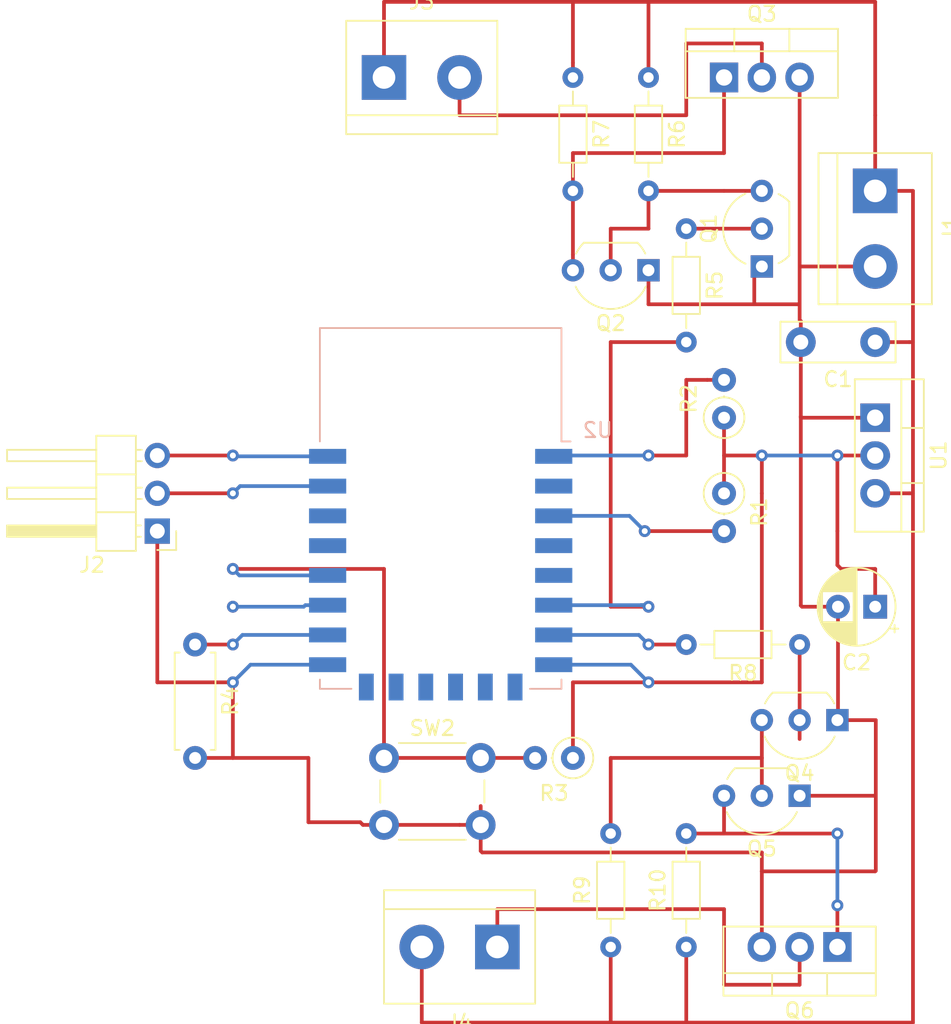
<source format=kicad_pcb>
(kicad_pcb (version 20171130) (host pcbnew "(5.0.2)-1")

  (general
    (thickness 1.6)
    (drawings 0)
    (tracks 172)
    (zones 0)
    (modules 25)
    (nets 32)
  )

  (page A4)
  (layers
    (0 F.Cu signal)
    (31 B.Cu signal)
    (33 F.Adhes user)
    (35 F.Paste user)
    (37 F.SilkS user)
    (39 F.Mask user)
    (40 Dwgs.User user)
    (41 Cmts.User user)
    (42 Eco1.User user)
    (43 Eco2.User user)
    (44 Edge.Cuts user)
    (45 Margin user)
    (46 B.CrtYd user)
    (47 F.CrtYd user)
    (49 F.Fab user)
  )

  (setup
    (last_trace_width 0.25)
    (trace_clearance 0.2)
    (zone_clearance 0.508)
    (zone_45_only no)
    (trace_min 0.2)
    (segment_width 0.2)
    (edge_width 0.15)
    (via_size 0.8)
    (via_drill 0.4)
    (via_min_size 0.4)
    (via_min_drill 0.3)
    (uvia_size 0.3)
    (uvia_drill 0.1)
    (uvias_allowed no)
    (uvia_min_size 0.2)
    (uvia_min_drill 0.1)
    (pcb_text_width 0.3)
    (pcb_text_size 1.5 1.5)
    (mod_edge_width 0.15)
    (mod_text_size 1 1)
    (mod_text_width 0.15)
    (pad_size 1.524 1.524)
    (pad_drill 0.762)
    (pad_to_mask_clearance 0.051)
    (solder_mask_min_width 0.25)
    (aux_axis_origin 0 0)
    (visible_elements 7FF9FFFF)
    (pcbplotparams
      (layerselection 0x010fc_ffffffff)
      (usegerberextensions false)
      (usegerberattributes false)
      (usegerberadvancedattributes false)
      (creategerberjobfile false)
      (excludeedgelayer true)
      (linewidth 0.100000)
      (plotframeref false)
      (viasonmask false)
      (mode 1)
      (useauxorigin false)
      (hpglpennumber 1)
      (hpglpenspeed 20)
      (hpglpendiameter 15.000000)
      (psnegative false)
      (psa4output false)
      (plotreference true)
      (plotvalue true)
      (plotinvisibletext false)
      (padsonsilk false)
      (subtractmaskfromsilk false)
      (outputformat 1)
      (mirror false)
      (drillshape 1)
      (scaleselection 1)
      (outputdirectory ""))
  )

  (net 0 "")
  (net 1 12v)
  (net 2 GND)
  (net 3 3v3)
  (net 4 "Net-(Q1-Pad2)")
  (net 5 "Net-(Q1-Pad3)")
  (net 6 "Net-(Q2-Pad3)")
  (net 7 OUT1-)
  (net 8 "Net-(Q4-Pad2)")
  (net 9 "Net-(Q4-Pad3)")
  (net 10 "Net-(Q5-Pad3)")
  (net 11 OUT2-)
  (net 12 "Net-(R1-Pad2)")
  (net 13 "Net-(R2-Pad2)")
  (net 14 "Net-(R3-Pad2)")
  (net 15 "Net-(R4-Pad1)")
  (net 16 CTRL1)
  (net 17 CTRL2)
  (net 18 "Net-(U2-Pad2)")
  (net 19 "Net-(U2-Pad4)")
  (net 20 "Net-(U2-Pad5)")
  (net 21 "Net-(U2-Pad9)")
  (net 22 "Net-(U2-Pad10)")
  (net 23 "Net-(U2-Pad11)")
  (net 24 "Net-(U2-Pad12)")
  (net 25 "Net-(U2-Pad13)")
  (net 26 "Net-(U2-Pad14)")
  (net 27 "Net-(U2-Pad17)")
  (net 28 "Net-(U2-Pad19)")
  (net 29 "Net-(U2-Pad20)")
  (net 30 RXD)
  (net 31 TXD)

  (net_class Default "This is the default net class."
    (clearance 0.2)
    (trace_width 0.25)
    (via_dia 0.8)
    (via_drill 0.4)
    (uvia_dia 0.3)
    (uvia_drill 0.1)
    (add_net 12v)
    (add_net 3v3)
    (add_net CTRL1)
    (add_net CTRL2)
    (add_net GND)
    (add_net "Net-(Q1-Pad2)")
    (add_net "Net-(Q1-Pad3)")
    (add_net "Net-(Q2-Pad3)")
    (add_net "Net-(Q4-Pad2)")
    (add_net "Net-(Q4-Pad3)")
    (add_net "Net-(Q5-Pad3)")
    (add_net "Net-(R1-Pad2)")
    (add_net "Net-(R2-Pad2)")
    (add_net "Net-(R3-Pad2)")
    (add_net "Net-(R4-Pad1)")
    (add_net "Net-(U2-Pad10)")
    (add_net "Net-(U2-Pad11)")
    (add_net "Net-(U2-Pad12)")
    (add_net "Net-(U2-Pad13)")
    (add_net "Net-(U2-Pad14)")
    (add_net "Net-(U2-Pad17)")
    (add_net "Net-(U2-Pad19)")
    (add_net "Net-(U2-Pad2)")
    (add_net "Net-(U2-Pad20)")
    (add_net "Net-(U2-Pad4)")
    (add_net "Net-(U2-Pad5)")
    (add_net "Net-(U2-Pad9)")
    (add_net OUT1-)
    (add_net OUT2-)
    (add_net RXD)
    (add_net TXD)
  )

  (module Resistor_THT:R_Axial_DIN0207_L6.3mm_D2.5mm_P7.62mm_Horizontal (layer F.Cu) (tedit 5AE5139B) (tstamp 5C509257)
    (at 160.02 76.2 270)
    (descr "Resistor, Axial_DIN0207 series, Axial, Horizontal, pin pitch=7.62mm, 0.25W = 1/4W, length*diameter=6.3*2.5mm^2, http://cdn-reichelt.de/documents/datenblatt/B400/1_4W%23YAG.pdf")
    (tags "Resistor Axial_DIN0207 series Axial Horizontal pin pitch 7.62mm 0.25W = 1/4W length 6.3mm diameter 2.5mm")
    (path /5C32121F)
    (fp_text reference R4 (at 3.81 -2.37 270) (layer F.SilkS)
      (effects (font (size 1 1) (thickness 0.15)))
    )
    (fp_text value 100k (at 3.81 2.37 270) (layer F.Fab)
      (effects (font (size 1 1) (thickness 0.15)))
    )
    (fp_line (start 0.66 -1.25) (end 0.66 1.25) (layer F.Fab) (width 0.1))
    (fp_line (start 0.66 1.25) (end 6.96 1.25) (layer F.Fab) (width 0.1))
    (fp_line (start 6.96 1.25) (end 6.96 -1.25) (layer F.Fab) (width 0.1))
    (fp_line (start 6.96 -1.25) (end 0.66 -1.25) (layer F.Fab) (width 0.1))
    (fp_line (start 0 0) (end 0.66 0) (layer F.Fab) (width 0.1))
    (fp_line (start 7.62 0) (end 6.96 0) (layer F.Fab) (width 0.1))
    (fp_line (start 0.54 -1.04) (end 0.54 -1.37) (layer F.SilkS) (width 0.12))
    (fp_line (start 0.54 -1.37) (end 7.08 -1.37) (layer F.SilkS) (width 0.12))
    (fp_line (start 7.08 -1.37) (end 7.08 -1.04) (layer F.SilkS) (width 0.12))
    (fp_line (start 0.54 1.04) (end 0.54 1.37) (layer F.SilkS) (width 0.12))
    (fp_line (start 0.54 1.37) (end 7.08 1.37) (layer F.SilkS) (width 0.12))
    (fp_line (start 7.08 1.37) (end 7.08 1.04) (layer F.SilkS) (width 0.12))
    (fp_line (start -1.05 -1.5) (end -1.05 1.5) (layer F.CrtYd) (width 0.05))
    (fp_line (start -1.05 1.5) (end 8.67 1.5) (layer F.CrtYd) (width 0.05))
    (fp_line (start 8.67 1.5) (end 8.67 -1.5) (layer F.CrtYd) (width 0.05))
    (fp_line (start 8.67 -1.5) (end -1.05 -1.5) (layer F.CrtYd) (width 0.05))
    (fp_text user %R (at 3.81 0 270) (layer F.Fab)
      (effects (font (size 1 1) (thickness 0.15)))
    )
    (pad 1 thru_hole circle (at 0 0 270) (size 1.6 1.6) (drill 0.8) (layers *.Cu *.Mask)
      (net 15 "Net-(R4-Pad1)"))
    (pad 2 thru_hole oval (at 7.62 0 270) (size 1.6 1.6) (drill 0.8) (layers *.Cu *.Mask)
      (net 2 GND))
    (model ${KISYS3DMOD}/Resistor_THT.3dshapes/R_Axial_DIN0207_L6.3mm_D2.5mm_P7.62mm_Horizontal.wrl
      (at (xyz 0 0 0))
      (scale (xyz 1 1 1))
      (rotate (xyz 0 0 0))
    )
  )

  (module Connector_PinHeader_2.54mm:PinHeader_1x03_P2.54mm_Horizontal (layer F.Cu) (tedit 59FED5CB) (tstamp 5C507E68)
    (at 157.48 68.58 180)
    (descr "Through hole angled pin header, 1x03, 2.54mm pitch, 6mm pin length, single row")
    (tags "Through hole angled pin header THT 1x03 2.54mm single row")
    (path /5C34B847)
    (fp_text reference J2 (at 4.385 -2.27 180) (layer F.SilkS)
      (effects (font (size 1 1) (thickness 0.15)))
    )
    (fp_text value Conn_01x03_Male (at 4.385 7.35 180) (layer F.Fab)
      (effects (font (size 1 1) (thickness 0.15)))
    )
    (fp_line (start 2.135 -1.27) (end 4.04 -1.27) (layer F.Fab) (width 0.1))
    (fp_line (start 4.04 -1.27) (end 4.04 6.35) (layer F.Fab) (width 0.1))
    (fp_line (start 4.04 6.35) (end 1.5 6.35) (layer F.Fab) (width 0.1))
    (fp_line (start 1.5 6.35) (end 1.5 -0.635) (layer F.Fab) (width 0.1))
    (fp_line (start 1.5 -0.635) (end 2.135 -1.27) (layer F.Fab) (width 0.1))
    (fp_line (start -0.32 -0.32) (end 1.5 -0.32) (layer F.Fab) (width 0.1))
    (fp_line (start -0.32 -0.32) (end -0.32 0.32) (layer F.Fab) (width 0.1))
    (fp_line (start -0.32 0.32) (end 1.5 0.32) (layer F.Fab) (width 0.1))
    (fp_line (start 4.04 -0.32) (end 10.04 -0.32) (layer F.Fab) (width 0.1))
    (fp_line (start 10.04 -0.32) (end 10.04 0.32) (layer F.Fab) (width 0.1))
    (fp_line (start 4.04 0.32) (end 10.04 0.32) (layer F.Fab) (width 0.1))
    (fp_line (start -0.32 2.22) (end 1.5 2.22) (layer F.Fab) (width 0.1))
    (fp_line (start -0.32 2.22) (end -0.32 2.86) (layer F.Fab) (width 0.1))
    (fp_line (start -0.32 2.86) (end 1.5 2.86) (layer F.Fab) (width 0.1))
    (fp_line (start 4.04 2.22) (end 10.04 2.22) (layer F.Fab) (width 0.1))
    (fp_line (start 10.04 2.22) (end 10.04 2.86) (layer F.Fab) (width 0.1))
    (fp_line (start 4.04 2.86) (end 10.04 2.86) (layer F.Fab) (width 0.1))
    (fp_line (start -0.32 4.76) (end 1.5 4.76) (layer F.Fab) (width 0.1))
    (fp_line (start -0.32 4.76) (end -0.32 5.4) (layer F.Fab) (width 0.1))
    (fp_line (start -0.32 5.4) (end 1.5 5.4) (layer F.Fab) (width 0.1))
    (fp_line (start 4.04 4.76) (end 10.04 4.76) (layer F.Fab) (width 0.1))
    (fp_line (start 10.04 4.76) (end 10.04 5.4) (layer F.Fab) (width 0.1))
    (fp_line (start 4.04 5.4) (end 10.04 5.4) (layer F.Fab) (width 0.1))
    (fp_line (start 1.44 -1.33) (end 1.44 6.41) (layer F.SilkS) (width 0.12))
    (fp_line (start 1.44 6.41) (end 4.1 6.41) (layer F.SilkS) (width 0.12))
    (fp_line (start 4.1 6.41) (end 4.1 -1.33) (layer F.SilkS) (width 0.12))
    (fp_line (start 4.1 -1.33) (end 1.44 -1.33) (layer F.SilkS) (width 0.12))
    (fp_line (start 4.1 -0.38) (end 10.1 -0.38) (layer F.SilkS) (width 0.12))
    (fp_line (start 10.1 -0.38) (end 10.1 0.38) (layer F.SilkS) (width 0.12))
    (fp_line (start 10.1 0.38) (end 4.1 0.38) (layer F.SilkS) (width 0.12))
    (fp_line (start 4.1 -0.32) (end 10.1 -0.32) (layer F.SilkS) (width 0.12))
    (fp_line (start 4.1 -0.2) (end 10.1 -0.2) (layer F.SilkS) (width 0.12))
    (fp_line (start 4.1 -0.08) (end 10.1 -0.08) (layer F.SilkS) (width 0.12))
    (fp_line (start 4.1 0.04) (end 10.1 0.04) (layer F.SilkS) (width 0.12))
    (fp_line (start 4.1 0.16) (end 10.1 0.16) (layer F.SilkS) (width 0.12))
    (fp_line (start 4.1 0.28) (end 10.1 0.28) (layer F.SilkS) (width 0.12))
    (fp_line (start 1.11 -0.38) (end 1.44 -0.38) (layer F.SilkS) (width 0.12))
    (fp_line (start 1.11 0.38) (end 1.44 0.38) (layer F.SilkS) (width 0.12))
    (fp_line (start 1.44 1.27) (end 4.1 1.27) (layer F.SilkS) (width 0.12))
    (fp_line (start 4.1 2.16) (end 10.1 2.16) (layer F.SilkS) (width 0.12))
    (fp_line (start 10.1 2.16) (end 10.1 2.92) (layer F.SilkS) (width 0.12))
    (fp_line (start 10.1 2.92) (end 4.1 2.92) (layer F.SilkS) (width 0.12))
    (fp_line (start 1.042929 2.16) (end 1.44 2.16) (layer F.SilkS) (width 0.12))
    (fp_line (start 1.042929 2.92) (end 1.44 2.92) (layer F.SilkS) (width 0.12))
    (fp_line (start 1.44 3.81) (end 4.1 3.81) (layer F.SilkS) (width 0.12))
    (fp_line (start 4.1 4.7) (end 10.1 4.7) (layer F.SilkS) (width 0.12))
    (fp_line (start 10.1 4.7) (end 10.1 5.46) (layer F.SilkS) (width 0.12))
    (fp_line (start 10.1 5.46) (end 4.1 5.46) (layer F.SilkS) (width 0.12))
    (fp_line (start 1.042929 4.7) (end 1.44 4.7) (layer F.SilkS) (width 0.12))
    (fp_line (start 1.042929 5.46) (end 1.44 5.46) (layer F.SilkS) (width 0.12))
    (fp_line (start -1.27 0) (end -1.27 -1.27) (layer F.SilkS) (width 0.12))
    (fp_line (start -1.27 -1.27) (end 0 -1.27) (layer F.SilkS) (width 0.12))
    (fp_line (start -1.8 -1.8) (end -1.8 6.85) (layer F.CrtYd) (width 0.05))
    (fp_line (start -1.8 6.85) (end 10.55 6.85) (layer F.CrtYd) (width 0.05))
    (fp_line (start 10.55 6.85) (end 10.55 -1.8) (layer F.CrtYd) (width 0.05))
    (fp_line (start 10.55 -1.8) (end -1.8 -1.8) (layer F.CrtYd) (width 0.05))
    (fp_text user %R (at 2.77 2.54 270) (layer F.Fab)
      (effects (font (size 1 1) (thickness 0.15)))
    )
    (pad 1 thru_hole rect (at 0 0 180) (size 1.7 1.7) (drill 1) (layers *.Cu *.Mask)
      (net 2 GND))
    (pad 2 thru_hole oval (at 0 2.54 180) (size 1.7 1.7) (drill 1) (layers *.Cu *.Mask)
      (net 30 RXD))
    (pad 3 thru_hole oval (at 0 5.08 180) (size 1.7 1.7) (drill 1) (layers *.Cu *.Mask)
      (net 31 TXD))
    (model ${KISYS3DMOD}/Connector_PinHeader_2.54mm.3dshapes/PinHeader_1x03_P2.54mm_Horizontal.wrl
      (at (xyz 0 0 0))
      (scale (xyz 1 1 1))
      (rotate (xyz 0 0 0))
    )
  )

  (module Package_TO_SOT_THT:TO-92_Inline_Wide (layer F.Cu) (tedit 5A02FF81) (tstamp 5C504CB1)
    (at 198.12 50.8 90)
    (descr "TO-92 leads in-line, wide, drill 0.75mm (see NXP sot054_po.pdf)")
    (tags "to-92 sc-43 sc-43a sot54 PA33 transistor")
    (path /5C31E6AE)
    (fp_text reference Q1 (at 2.54 -3.56 90) (layer F.SilkS)
      (effects (font (size 1 1) (thickness 0.15)))
    )
    (fp_text value 2N3904 (at 2.54 2.79 90) (layer F.Fab)
      (effects (font (size 1 1) (thickness 0.15)))
    )
    (fp_arc (start 2.54 0) (end 4.34 1.85) (angle -20) (layer F.SilkS) (width 0.12))
    (fp_arc (start 2.54 0) (end 2.54 -2.48) (angle -135) (layer F.Fab) (width 0.1))
    (fp_arc (start 2.54 0) (end 2.54 -2.48) (angle 135) (layer F.Fab) (width 0.1))
    (fp_arc (start 2.54 0) (end 2.54 -2.6) (angle 65) (layer F.SilkS) (width 0.12))
    (fp_arc (start 2.54 0) (end 2.54 -2.6) (angle -65) (layer F.SilkS) (width 0.12))
    (fp_arc (start 2.54 0) (end 0.74 1.85) (angle 20) (layer F.SilkS) (width 0.12))
    (fp_line (start 6.09 2.01) (end -1.01 2.01) (layer F.CrtYd) (width 0.05))
    (fp_line (start 6.09 2.01) (end 6.09 -2.73) (layer F.CrtYd) (width 0.05))
    (fp_line (start -1.01 -2.73) (end -1.01 2.01) (layer F.CrtYd) (width 0.05))
    (fp_line (start -1.01 -2.73) (end 6.09 -2.73) (layer F.CrtYd) (width 0.05))
    (fp_line (start 0.8 1.75) (end 4.3 1.75) (layer F.Fab) (width 0.1))
    (fp_line (start 0.74 1.85) (end 4.34 1.85) (layer F.SilkS) (width 0.12))
    (fp_text user %R (at 2.54 -3.56 90) (layer F.Fab)
      (effects (font (size 1 1) (thickness 0.15)))
    )
    (pad 1 thru_hole rect (at 0 0 180) (size 1.5 1.5) (drill 0.8) (layers *.Cu *.Mask)
      (net 2 GND))
    (pad 3 thru_hole circle (at 5.08 0 180) (size 1.5 1.5) (drill 0.8) (layers *.Cu *.Mask)
      (net 5 "Net-(Q1-Pad3)"))
    (pad 2 thru_hole circle (at 2.54 0 180) (size 1.5 1.5) (drill 0.8) (layers *.Cu *.Mask)
      (net 4 "Net-(Q1-Pad2)"))
    (model ${KISYS3DMOD}/Package_TO_SOT_THT.3dshapes/TO-92_Inline_Wide.wrl
      (at (xyz 0 0 0))
      (scale (xyz 1 1 1))
      (rotate (xyz 0 0 0))
    )
  )

  (module Package_TO_SOT_THT:TO-92_Inline_Wide (layer F.Cu) (tedit 5A02FF81) (tstamp 5C50625A)
    (at 190.5 51.054 180)
    (descr "TO-92 leads in-line, wide, drill 0.75mm (see NXP sot054_po.pdf)")
    (tags "to-92 sc-43 sc-43a sot54 PA33 transistor")
    (path /5C31E851)
    (fp_text reference Q2 (at 2.54 -3.56 180) (layer F.SilkS)
      (effects (font (size 1 1) (thickness 0.15)))
    )
    (fp_text value 2N3904 (at 2.54 2.79 180) (layer F.Fab)
      (effects (font (size 1 1) (thickness 0.15)))
    )
    (fp_text user %R (at 2.54 -3.56 180) (layer F.Fab)
      (effects (font (size 1 1) (thickness 0.15)))
    )
    (fp_line (start 0.74 1.85) (end 4.34 1.85) (layer F.SilkS) (width 0.12))
    (fp_line (start 0.8 1.75) (end 4.3 1.75) (layer F.Fab) (width 0.1))
    (fp_line (start -1.01 -2.73) (end 6.09 -2.73) (layer F.CrtYd) (width 0.05))
    (fp_line (start -1.01 -2.73) (end -1.01 2.01) (layer F.CrtYd) (width 0.05))
    (fp_line (start 6.09 2.01) (end 6.09 -2.73) (layer F.CrtYd) (width 0.05))
    (fp_line (start 6.09 2.01) (end -1.01 2.01) (layer F.CrtYd) (width 0.05))
    (fp_arc (start 2.54 0) (end 0.74 1.85) (angle 20) (layer F.SilkS) (width 0.12))
    (fp_arc (start 2.54 0) (end 2.54 -2.6) (angle -65) (layer F.SilkS) (width 0.12))
    (fp_arc (start 2.54 0) (end 2.54 -2.6) (angle 65) (layer F.SilkS) (width 0.12))
    (fp_arc (start 2.54 0) (end 2.54 -2.48) (angle 135) (layer F.Fab) (width 0.1))
    (fp_arc (start 2.54 0) (end 2.54 -2.48) (angle -135) (layer F.Fab) (width 0.1))
    (fp_arc (start 2.54 0) (end 4.34 1.85) (angle -20) (layer F.SilkS) (width 0.12))
    (pad 2 thru_hole circle (at 2.54 0 270) (size 1.5 1.5) (drill 0.8) (layers *.Cu *.Mask)
      (net 5 "Net-(Q1-Pad3)"))
    (pad 3 thru_hole circle (at 5.08 0 270) (size 1.5 1.5) (drill 0.8) (layers *.Cu *.Mask)
      (net 6 "Net-(Q2-Pad3)"))
    (pad 1 thru_hole rect (at 0 0 270) (size 1.5 1.5) (drill 0.8) (layers *.Cu *.Mask)
      (net 2 GND))
    (model ${KISYS3DMOD}/Package_TO_SOT_THT.3dshapes/TO-92_Inline_Wide.wrl
      (at (xyz 0 0 0))
      (scale (xyz 1 1 1))
      (rotate (xyz 0 0 0))
    )
  )

  (module Package_TO_SOT_THT:TO-92_Inline_Wide (layer F.Cu) (tedit 5A02FF81) (tstamp 5C504C8B)
    (at 203.2 81.28 180)
    (descr "TO-92 leads in-line, wide, drill 0.75mm (see NXP sot054_po.pdf)")
    (tags "to-92 sc-43 sc-43a sot54 PA33 transistor")
    (path /5C359B35)
    (fp_text reference Q4 (at 2.54 -3.56 180) (layer F.SilkS)
      (effects (font (size 1 1) (thickness 0.15)))
    )
    (fp_text value 2N3904 (at 2.54 2.79 180) (layer F.Fab)
      (effects (font (size 1 1) (thickness 0.15)))
    )
    (fp_arc (start 2.54 0) (end 4.34 1.85) (angle -20) (layer F.SilkS) (width 0.12))
    (fp_arc (start 2.54 0) (end 2.54 -2.48) (angle -135) (layer F.Fab) (width 0.1))
    (fp_arc (start 2.54 0) (end 2.54 -2.48) (angle 135) (layer F.Fab) (width 0.1))
    (fp_arc (start 2.54 0) (end 2.54 -2.6) (angle 65) (layer F.SilkS) (width 0.12))
    (fp_arc (start 2.54 0) (end 2.54 -2.6) (angle -65) (layer F.SilkS) (width 0.12))
    (fp_arc (start 2.54 0) (end 0.74 1.85) (angle 20) (layer F.SilkS) (width 0.12))
    (fp_line (start 6.09 2.01) (end -1.01 2.01) (layer F.CrtYd) (width 0.05))
    (fp_line (start 6.09 2.01) (end 6.09 -2.73) (layer F.CrtYd) (width 0.05))
    (fp_line (start -1.01 -2.73) (end -1.01 2.01) (layer F.CrtYd) (width 0.05))
    (fp_line (start -1.01 -2.73) (end 6.09 -2.73) (layer F.CrtYd) (width 0.05))
    (fp_line (start 0.8 1.75) (end 4.3 1.75) (layer F.Fab) (width 0.1))
    (fp_line (start 0.74 1.85) (end 4.34 1.85) (layer F.SilkS) (width 0.12))
    (fp_text user %R (at 2.54 -3.56 180) (layer F.Fab)
      (effects (font (size 1 1) (thickness 0.15)))
    )
    (pad 1 thru_hole rect (at 0 0 270) (size 1.5 1.5) (drill 0.8) (layers *.Cu *.Mask)
      (net 2 GND))
    (pad 3 thru_hole circle (at 5.08 0 270) (size 1.5 1.5) (drill 0.8) (layers *.Cu *.Mask)
      (net 9 "Net-(Q4-Pad3)"))
    (pad 2 thru_hole circle (at 2.54 0 270) (size 1.5 1.5) (drill 0.8) (layers *.Cu *.Mask)
      (net 8 "Net-(Q4-Pad2)"))
    (model ${KISYS3DMOD}/Package_TO_SOT_THT.3dshapes/TO-92_Inline_Wide.wrl
      (at (xyz 0 0 0))
      (scale (xyz 1 1 1))
      (rotate (xyz 0 0 0))
    )
  )

  (module Package_TO_SOT_THT:TO-92_Inline_Wide (layer F.Cu) (tedit 5A02FF81) (tstamp 5C504C78)
    (at 200.66 86.36 180)
    (descr "TO-92 leads in-line, wide, drill 0.75mm (see NXP sot054_po.pdf)")
    (tags "to-92 sc-43 sc-43a sot54 PA33 transistor")
    (path /5C359B3C)
    (fp_text reference Q5 (at 2.54 -3.56 180) (layer F.SilkS)
      (effects (font (size 1 1) (thickness 0.15)))
    )
    (fp_text value 2N3904 (at 2.54 2.79 180) (layer F.Fab)
      (effects (font (size 1 1) (thickness 0.15)))
    )
    (fp_text user %R (at 2.54 -3.56 180) (layer F.Fab)
      (effects (font (size 1 1) (thickness 0.15)))
    )
    (fp_line (start 0.74 1.85) (end 4.34 1.85) (layer F.SilkS) (width 0.12))
    (fp_line (start 0.8 1.75) (end 4.3 1.75) (layer F.Fab) (width 0.1))
    (fp_line (start -1.01 -2.73) (end 6.09 -2.73) (layer F.CrtYd) (width 0.05))
    (fp_line (start -1.01 -2.73) (end -1.01 2.01) (layer F.CrtYd) (width 0.05))
    (fp_line (start 6.09 2.01) (end 6.09 -2.73) (layer F.CrtYd) (width 0.05))
    (fp_line (start 6.09 2.01) (end -1.01 2.01) (layer F.CrtYd) (width 0.05))
    (fp_arc (start 2.54 0) (end 0.74 1.85) (angle 20) (layer F.SilkS) (width 0.12))
    (fp_arc (start 2.54 0) (end 2.54 -2.6) (angle -65) (layer F.SilkS) (width 0.12))
    (fp_arc (start 2.54 0) (end 2.54 -2.6) (angle 65) (layer F.SilkS) (width 0.12))
    (fp_arc (start 2.54 0) (end 2.54 -2.48) (angle 135) (layer F.Fab) (width 0.1))
    (fp_arc (start 2.54 0) (end 2.54 -2.48) (angle -135) (layer F.Fab) (width 0.1))
    (fp_arc (start 2.54 0) (end 4.34 1.85) (angle -20) (layer F.SilkS) (width 0.12))
    (pad 2 thru_hole circle (at 2.54 0 270) (size 1.5 1.5) (drill 0.8) (layers *.Cu *.Mask)
      (net 9 "Net-(Q4-Pad3)"))
    (pad 3 thru_hole circle (at 5.08 0 270) (size 1.5 1.5) (drill 0.8) (layers *.Cu *.Mask)
      (net 10 "Net-(Q5-Pad3)"))
    (pad 1 thru_hole rect (at 0 0 270) (size 1.5 1.5) (drill 0.8) (layers *.Cu *.Mask)
      (net 2 GND))
    (model ${KISYS3DMOD}/Package_TO_SOT_THT.3dshapes/TO-92_Inline_Wide.wrl
      (at (xyz 0 0 0))
      (scale (xyz 1 1 1))
      (rotate (xyz 0 0 0))
    )
  )

  (module Capacitor_THT:CP_Radial_D5.0mm_P2.50mm (layer F.Cu) (tedit 5AE50EF0) (tstamp 5C43FA0E)
    (at 205.74 73.66 180)
    (descr "CP, Radial series, Radial, pin pitch=2.50mm, , diameter=5mm, Electrolytic Capacitor")
    (tags "CP Radial series Radial pin pitch 2.50mm  diameter 5mm Electrolytic Capacitor")
    (path /5C360957)
    (fp_text reference C2 (at 1.25 -3.75 180) (layer F.SilkS)
      (effects (font (size 1 1) (thickness 0.15)))
    )
    (fp_text value 100u (at 1.25 3.75 180) (layer F.Fab)
      (effects (font (size 1 1) (thickness 0.15)))
    )
    (fp_circle (center 1.25 0) (end 3.75 0) (layer F.Fab) (width 0.1))
    (fp_circle (center 1.25 0) (end 3.87 0) (layer F.SilkS) (width 0.12))
    (fp_circle (center 1.25 0) (end 4 0) (layer F.CrtYd) (width 0.05))
    (fp_line (start -0.883605 -1.0875) (end -0.383605 -1.0875) (layer F.Fab) (width 0.1))
    (fp_line (start -0.633605 -1.3375) (end -0.633605 -0.8375) (layer F.Fab) (width 0.1))
    (fp_line (start 1.25 -2.58) (end 1.25 2.58) (layer F.SilkS) (width 0.12))
    (fp_line (start 1.29 -2.58) (end 1.29 2.58) (layer F.SilkS) (width 0.12))
    (fp_line (start 1.33 -2.579) (end 1.33 2.579) (layer F.SilkS) (width 0.12))
    (fp_line (start 1.37 -2.578) (end 1.37 2.578) (layer F.SilkS) (width 0.12))
    (fp_line (start 1.41 -2.576) (end 1.41 2.576) (layer F.SilkS) (width 0.12))
    (fp_line (start 1.45 -2.573) (end 1.45 2.573) (layer F.SilkS) (width 0.12))
    (fp_line (start 1.49 -2.569) (end 1.49 -1.04) (layer F.SilkS) (width 0.12))
    (fp_line (start 1.49 1.04) (end 1.49 2.569) (layer F.SilkS) (width 0.12))
    (fp_line (start 1.53 -2.565) (end 1.53 -1.04) (layer F.SilkS) (width 0.12))
    (fp_line (start 1.53 1.04) (end 1.53 2.565) (layer F.SilkS) (width 0.12))
    (fp_line (start 1.57 -2.561) (end 1.57 -1.04) (layer F.SilkS) (width 0.12))
    (fp_line (start 1.57 1.04) (end 1.57 2.561) (layer F.SilkS) (width 0.12))
    (fp_line (start 1.61 -2.556) (end 1.61 -1.04) (layer F.SilkS) (width 0.12))
    (fp_line (start 1.61 1.04) (end 1.61 2.556) (layer F.SilkS) (width 0.12))
    (fp_line (start 1.65 -2.55) (end 1.65 -1.04) (layer F.SilkS) (width 0.12))
    (fp_line (start 1.65 1.04) (end 1.65 2.55) (layer F.SilkS) (width 0.12))
    (fp_line (start 1.69 -2.543) (end 1.69 -1.04) (layer F.SilkS) (width 0.12))
    (fp_line (start 1.69 1.04) (end 1.69 2.543) (layer F.SilkS) (width 0.12))
    (fp_line (start 1.73 -2.536) (end 1.73 -1.04) (layer F.SilkS) (width 0.12))
    (fp_line (start 1.73 1.04) (end 1.73 2.536) (layer F.SilkS) (width 0.12))
    (fp_line (start 1.77 -2.528) (end 1.77 -1.04) (layer F.SilkS) (width 0.12))
    (fp_line (start 1.77 1.04) (end 1.77 2.528) (layer F.SilkS) (width 0.12))
    (fp_line (start 1.81 -2.52) (end 1.81 -1.04) (layer F.SilkS) (width 0.12))
    (fp_line (start 1.81 1.04) (end 1.81 2.52) (layer F.SilkS) (width 0.12))
    (fp_line (start 1.85 -2.511) (end 1.85 -1.04) (layer F.SilkS) (width 0.12))
    (fp_line (start 1.85 1.04) (end 1.85 2.511) (layer F.SilkS) (width 0.12))
    (fp_line (start 1.89 -2.501) (end 1.89 -1.04) (layer F.SilkS) (width 0.12))
    (fp_line (start 1.89 1.04) (end 1.89 2.501) (layer F.SilkS) (width 0.12))
    (fp_line (start 1.93 -2.491) (end 1.93 -1.04) (layer F.SilkS) (width 0.12))
    (fp_line (start 1.93 1.04) (end 1.93 2.491) (layer F.SilkS) (width 0.12))
    (fp_line (start 1.971 -2.48) (end 1.971 -1.04) (layer F.SilkS) (width 0.12))
    (fp_line (start 1.971 1.04) (end 1.971 2.48) (layer F.SilkS) (width 0.12))
    (fp_line (start 2.011 -2.468) (end 2.011 -1.04) (layer F.SilkS) (width 0.12))
    (fp_line (start 2.011 1.04) (end 2.011 2.468) (layer F.SilkS) (width 0.12))
    (fp_line (start 2.051 -2.455) (end 2.051 -1.04) (layer F.SilkS) (width 0.12))
    (fp_line (start 2.051 1.04) (end 2.051 2.455) (layer F.SilkS) (width 0.12))
    (fp_line (start 2.091 -2.442) (end 2.091 -1.04) (layer F.SilkS) (width 0.12))
    (fp_line (start 2.091 1.04) (end 2.091 2.442) (layer F.SilkS) (width 0.12))
    (fp_line (start 2.131 -2.428) (end 2.131 -1.04) (layer F.SilkS) (width 0.12))
    (fp_line (start 2.131 1.04) (end 2.131 2.428) (layer F.SilkS) (width 0.12))
    (fp_line (start 2.171 -2.414) (end 2.171 -1.04) (layer F.SilkS) (width 0.12))
    (fp_line (start 2.171 1.04) (end 2.171 2.414) (layer F.SilkS) (width 0.12))
    (fp_line (start 2.211 -2.398) (end 2.211 -1.04) (layer F.SilkS) (width 0.12))
    (fp_line (start 2.211 1.04) (end 2.211 2.398) (layer F.SilkS) (width 0.12))
    (fp_line (start 2.251 -2.382) (end 2.251 -1.04) (layer F.SilkS) (width 0.12))
    (fp_line (start 2.251 1.04) (end 2.251 2.382) (layer F.SilkS) (width 0.12))
    (fp_line (start 2.291 -2.365) (end 2.291 -1.04) (layer F.SilkS) (width 0.12))
    (fp_line (start 2.291 1.04) (end 2.291 2.365) (layer F.SilkS) (width 0.12))
    (fp_line (start 2.331 -2.348) (end 2.331 -1.04) (layer F.SilkS) (width 0.12))
    (fp_line (start 2.331 1.04) (end 2.331 2.348) (layer F.SilkS) (width 0.12))
    (fp_line (start 2.371 -2.329) (end 2.371 -1.04) (layer F.SilkS) (width 0.12))
    (fp_line (start 2.371 1.04) (end 2.371 2.329) (layer F.SilkS) (width 0.12))
    (fp_line (start 2.411 -2.31) (end 2.411 -1.04) (layer F.SilkS) (width 0.12))
    (fp_line (start 2.411 1.04) (end 2.411 2.31) (layer F.SilkS) (width 0.12))
    (fp_line (start 2.451 -2.29) (end 2.451 -1.04) (layer F.SilkS) (width 0.12))
    (fp_line (start 2.451 1.04) (end 2.451 2.29) (layer F.SilkS) (width 0.12))
    (fp_line (start 2.491 -2.268) (end 2.491 -1.04) (layer F.SilkS) (width 0.12))
    (fp_line (start 2.491 1.04) (end 2.491 2.268) (layer F.SilkS) (width 0.12))
    (fp_line (start 2.531 -2.247) (end 2.531 -1.04) (layer F.SilkS) (width 0.12))
    (fp_line (start 2.531 1.04) (end 2.531 2.247) (layer F.SilkS) (width 0.12))
    (fp_line (start 2.571 -2.224) (end 2.571 -1.04) (layer F.SilkS) (width 0.12))
    (fp_line (start 2.571 1.04) (end 2.571 2.224) (layer F.SilkS) (width 0.12))
    (fp_line (start 2.611 -2.2) (end 2.611 -1.04) (layer F.SilkS) (width 0.12))
    (fp_line (start 2.611 1.04) (end 2.611 2.2) (layer F.SilkS) (width 0.12))
    (fp_line (start 2.651 -2.175) (end 2.651 -1.04) (layer F.SilkS) (width 0.12))
    (fp_line (start 2.651 1.04) (end 2.651 2.175) (layer F.SilkS) (width 0.12))
    (fp_line (start 2.691 -2.149) (end 2.691 -1.04) (layer F.SilkS) (width 0.12))
    (fp_line (start 2.691 1.04) (end 2.691 2.149) (layer F.SilkS) (width 0.12))
    (fp_line (start 2.731 -2.122) (end 2.731 -1.04) (layer F.SilkS) (width 0.12))
    (fp_line (start 2.731 1.04) (end 2.731 2.122) (layer F.SilkS) (width 0.12))
    (fp_line (start 2.771 -2.095) (end 2.771 -1.04) (layer F.SilkS) (width 0.12))
    (fp_line (start 2.771 1.04) (end 2.771 2.095) (layer F.SilkS) (width 0.12))
    (fp_line (start 2.811 -2.065) (end 2.811 -1.04) (layer F.SilkS) (width 0.12))
    (fp_line (start 2.811 1.04) (end 2.811 2.065) (layer F.SilkS) (width 0.12))
    (fp_line (start 2.851 -2.035) (end 2.851 -1.04) (layer F.SilkS) (width 0.12))
    (fp_line (start 2.851 1.04) (end 2.851 2.035) (layer F.SilkS) (width 0.12))
    (fp_line (start 2.891 -2.004) (end 2.891 -1.04) (layer F.SilkS) (width 0.12))
    (fp_line (start 2.891 1.04) (end 2.891 2.004) (layer F.SilkS) (width 0.12))
    (fp_line (start 2.931 -1.971) (end 2.931 -1.04) (layer F.SilkS) (width 0.12))
    (fp_line (start 2.931 1.04) (end 2.931 1.971) (layer F.SilkS) (width 0.12))
    (fp_line (start 2.971 -1.937) (end 2.971 -1.04) (layer F.SilkS) (width 0.12))
    (fp_line (start 2.971 1.04) (end 2.971 1.937) (layer F.SilkS) (width 0.12))
    (fp_line (start 3.011 -1.901) (end 3.011 -1.04) (layer F.SilkS) (width 0.12))
    (fp_line (start 3.011 1.04) (end 3.011 1.901) (layer F.SilkS) (width 0.12))
    (fp_line (start 3.051 -1.864) (end 3.051 -1.04) (layer F.SilkS) (width 0.12))
    (fp_line (start 3.051 1.04) (end 3.051 1.864) (layer F.SilkS) (width 0.12))
    (fp_line (start 3.091 -1.826) (end 3.091 -1.04) (layer F.SilkS) (width 0.12))
    (fp_line (start 3.091 1.04) (end 3.091 1.826) (layer F.SilkS) (width 0.12))
    (fp_line (start 3.131 -1.785) (end 3.131 -1.04) (layer F.SilkS) (width 0.12))
    (fp_line (start 3.131 1.04) (end 3.131 1.785) (layer F.SilkS) (width 0.12))
    (fp_line (start 3.171 -1.743) (end 3.171 -1.04) (layer F.SilkS) (width 0.12))
    (fp_line (start 3.171 1.04) (end 3.171 1.743) (layer F.SilkS) (width 0.12))
    (fp_line (start 3.211 -1.699) (end 3.211 -1.04) (layer F.SilkS) (width 0.12))
    (fp_line (start 3.211 1.04) (end 3.211 1.699) (layer F.SilkS) (width 0.12))
    (fp_line (start 3.251 -1.653) (end 3.251 -1.04) (layer F.SilkS) (width 0.12))
    (fp_line (start 3.251 1.04) (end 3.251 1.653) (layer F.SilkS) (width 0.12))
    (fp_line (start 3.291 -1.605) (end 3.291 -1.04) (layer F.SilkS) (width 0.12))
    (fp_line (start 3.291 1.04) (end 3.291 1.605) (layer F.SilkS) (width 0.12))
    (fp_line (start 3.331 -1.554) (end 3.331 -1.04) (layer F.SilkS) (width 0.12))
    (fp_line (start 3.331 1.04) (end 3.331 1.554) (layer F.SilkS) (width 0.12))
    (fp_line (start 3.371 -1.5) (end 3.371 -1.04) (layer F.SilkS) (width 0.12))
    (fp_line (start 3.371 1.04) (end 3.371 1.5) (layer F.SilkS) (width 0.12))
    (fp_line (start 3.411 -1.443) (end 3.411 -1.04) (layer F.SilkS) (width 0.12))
    (fp_line (start 3.411 1.04) (end 3.411 1.443) (layer F.SilkS) (width 0.12))
    (fp_line (start 3.451 -1.383) (end 3.451 -1.04) (layer F.SilkS) (width 0.12))
    (fp_line (start 3.451 1.04) (end 3.451 1.383) (layer F.SilkS) (width 0.12))
    (fp_line (start 3.491 -1.319) (end 3.491 -1.04) (layer F.SilkS) (width 0.12))
    (fp_line (start 3.491 1.04) (end 3.491 1.319) (layer F.SilkS) (width 0.12))
    (fp_line (start 3.531 -1.251) (end 3.531 -1.04) (layer F.SilkS) (width 0.12))
    (fp_line (start 3.531 1.04) (end 3.531 1.251) (layer F.SilkS) (width 0.12))
    (fp_line (start 3.571 -1.178) (end 3.571 1.178) (layer F.SilkS) (width 0.12))
    (fp_line (start 3.611 -1.098) (end 3.611 1.098) (layer F.SilkS) (width 0.12))
    (fp_line (start 3.651 -1.011) (end 3.651 1.011) (layer F.SilkS) (width 0.12))
    (fp_line (start 3.691 -0.915) (end 3.691 0.915) (layer F.SilkS) (width 0.12))
    (fp_line (start 3.731 -0.805) (end 3.731 0.805) (layer F.SilkS) (width 0.12))
    (fp_line (start 3.771 -0.677) (end 3.771 0.677) (layer F.SilkS) (width 0.12))
    (fp_line (start 3.811 -0.518) (end 3.811 0.518) (layer F.SilkS) (width 0.12))
    (fp_line (start 3.851 -0.284) (end 3.851 0.284) (layer F.SilkS) (width 0.12))
    (fp_line (start -1.554775 -1.475) (end -1.054775 -1.475) (layer F.SilkS) (width 0.12))
    (fp_line (start -1.304775 -1.725) (end -1.304775 -1.225) (layer F.SilkS) (width 0.12))
    (fp_text user %R (at 1.25 0 180) (layer F.Fab)
      (effects (font (size 1 1) (thickness 0.15)))
    )
    (pad 1 thru_hole rect (at 0 0 180) (size 1.6 1.6) (drill 0.8) (layers *.Cu *.Mask)
      (net 3 3v3))
    (pad 2 thru_hole circle (at 2.5 0 180) (size 1.6 1.6) (drill 0.8) (layers *.Cu *.Mask)
      (net 2 GND))
    (model ${KISYS3DMOD}/Capacitor_THT.3dshapes/CP_Radial_D5.0mm_P2.50mm.wrl
      (at (xyz 0 0 0))
      (scale (xyz 1 1 1))
      (rotate (xyz 0 0 0))
    )
  )

  (module Capacitor_THT:C_Disc_D7.5mm_W2.5mm_P5.00mm (layer F.Cu) (tedit 5AE50EF0) (tstamp 5C37809A)
    (at 205.74 55.88 180)
    (descr "C, Disc series, Radial, pin pitch=5.00mm, , diameter*width=7.5*2.5mm^2, Capacitor, http://www.vishay.com/docs/28535/vy2series.pdf")
    (tags "C Disc series Radial pin pitch 5.00mm  diameter 7.5mm width 2.5mm Capacitor")
    (path /5C3609F0)
    (fp_text reference C1 (at 2.5 -2.5 180) (layer F.SilkS)
      (effects (font (size 1 1) (thickness 0.15)))
    )
    (fp_text value 100n (at 2.5 2.5 180) (layer F.Fab)
      (effects (font (size 1 1) (thickness 0.15)))
    )
    (fp_line (start -1.25 -1.25) (end -1.25 1.25) (layer F.Fab) (width 0.1))
    (fp_line (start -1.25 1.25) (end 6.25 1.25) (layer F.Fab) (width 0.1))
    (fp_line (start 6.25 1.25) (end 6.25 -1.25) (layer F.Fab) (width 0.1))
    (fp_line (start 6.25 -1.25) (end -1.25 -1.25) (layer F.Fab) (width 0.1))
    (fp_line (start -1.37 -1.37) (end 6.37 -1.37) (layer F.SilkS) (width 0.12))
    (fp_line (start -1.37 1.37) (end 6.37 1.37) (layer F.SilkS) (width 0.12))
    (fp_line (start -1.37 -1.37) (end -1.37 1.37) (layer F.SilkS) (width 0.12))
    (fp_line (start 6.37 -1.37) (end 6.37 1.37) (layer F.SilkS) (width 0.12))
    (fp_line (start -1.5 -1.5) (end -1.5 1.5) (layer F.CrtYd) (width 0.05))
    (fp_line (start -1.5 1.5) (end 6.5 1.5) (layer F.CrtYd) (width 0.05))
    (fp_line (start 6.5 1.5) (end 6.5 -1.5) (layer F.CrtYd) (width 0.05))
    (fp_line (start 6.5 -1.5) (end -1.5 -1.5) (layer F.CrtYd) (width 0.05))
    (fp_text user %R (at 2.5 0 180) (layer F.Fab)
      (effects (font (size 1 1) (thickness 0.15)))
    )
    (pad 1 thru_hole circle (at 0 0 180) (size 2 2) (drill 1) (layers *.Cu *.Mask)
      (net 1 12v))
    (pad 2 thru_hole circle (at 5 0 180) (size 2 2) (drill 1) (layers *.Cu *.Mask)
      (net 2 GND))
    (model ${KISYS3DMOD}/Capacitor_THT.3dshapes/C_Disc_D7.5mm_W2.5mm_P5.00mm.wrl
      (at (xyz 0 0 0))
      (scale (xyz 1 1 1))
      (rotate (xyz 0 0 0))
    )
  )

  (module Resistor_THT:R_Axial_DIN0204_L3.6mm_D1.6mm_P7.62mm_Horizontal (layer F.Cu) (tedit 5AE5139B) (tstamp 5C43D480)
    (at 193.04 48.26 270)
    (descr "Resistor, Axial_DIN0204 series, Axial, Horizontal, pin pitch=7.62mm, 0.167W, length*diameter=3.6*1.6mm^2, http://cdn-reichelt.de/documents/datenblatt/B400/1_4W%23YAG.pdf")
    (tags "Resistor Axial_DIN0204 series Axial Horizontal pin pitch 7.62mm 0.167W length 3.6mm diameter 1.6mm")
    (path /5C31F1D0)
    (fp_text reference R5 (at 3.81 -1.92 270) (layer F.SilkS)
      (effects (font (size 1 1) (thickness 0.15)))
    )
    (fp_text value 200 (at 3.81 1.92 270) (layer F.Fab)
      (effects (font (size 1 1) (thickness 0.15)))
    )
    (fp_text user %R (at 3.81 0 270) (layer F.Fab)
      (effects (font (size 0.72 0.72) (thickness 0.108)))
    )
    (fp_line (start 8.57 -1.05) (end -0.95 -1.05) (layer F.CrtYd) (width 0.05))
    (fp_line (start 8.57 1.05) (end 8.57 -1.05) (layer F.CrtYd) (width 0.05))
    (fp_line (start -0.95 1.05) (end 8.57 1.05) (layer F.CrtYd) (width 0.05))
    (fp_line (start -0.95 -1.05) (end -0.95 1.05) (layer F.CrtYd) (width 0.05))
    (fp_line (start 6.68 0) (end 5.73 0) (layer F.SilkS) (width 0.12))
    (fp_line (start 0.94 0) (end 1.89 0) (layer F.SilkS) (width 0.12))
    (fp_line (start 5.73 -0.92) (end 1.89 -0.92) (layer F.SilkS) (width 0.12))
    (fp_line (start 5.73 0.92) (end 5.73 -0.92) (layer F.SilkS) (width 0.12))
    (fp_line (start 1.89 0.92) (end 5.73 0.92) (layer F.SilkS) (width 0.12))
    (fp_line (start 1.89 -0.92) (end 1.89 0.92) (layer F.SilkS) (width 0.12))
    (fp_line (start 7.62 0) (end 5.61 0) (layer F.Fab) (width 0.1))
    (fp_line (start 0 0) (end 2.01 0) (layer F.Fab) (width 0.1))
    (fp_line (start 5.61 -0.8) (end 2.01 -0.8) (layer F.Fab) (width 0.1))
    (fp_line (start 5.61 0.8) (end 5.61 -0.8) (layer F.Fab) (width 0.1))
    (fp_line (start 2.01 0.8) (end 5.61 0.8) (layer F.Fab) (width 0.1))
    (fp_line (start 2.01 -0.8) (end 2.01 0.8) (layer F.Fab) (width 0.1))
    (pad 2 thru_hole oval (at 7.62 0 270) (size 1.4 1.4) (drill 0.7) (layers *.Cu *.Mask)
      (net 16 CTRL1))
    (pad 1 thru_hole circle (at 0 0 270) (size 1.4 1.4) (drill 0.7) (layers *.Cu *.Mask)
      (net 4 "Net-(Q1-Pad2)"))
    (model ${KISYS3DMOD}/Resistor_THT.3dshapes/R_Axial_DIN0204_L3.6mm_D1.6mm_P7.62mm_Horizontal.wrl
      (at (xyz 0 0 0))
      (scale (xyz 1 1 1))
      (rotate (xyz 0 0 0))
    )
  )

  (module Resistor_THT:R_Axial_DIN0204_L3.6mm_D1.6mm_P7.62mm_Horizontal (layer F.Cu) (tedit 5AE5139B) (tstamp 5C43D46A)
    (at 190.5 38.1 270)
    (descr "Resistor, Axial_DIN0204 series, Axial, Horizontal, pin pitch=7.62mm, 0.167W, length*diameter=3.6*1.6mm^2, http://cdn-reichelt.de/documents/datenblatt/B400/1_4W%23YAG.pdf")
    (tags "Resistor Axial_DIN0204 series Axial Horizontal pin pitch 7.62mm 0.167W length 3.6mm diameter 1.6mm")
    (path /5C31EE1C)
    (fp_text reference R6 (at 3.81 -1.92 270) (layer F.SilkS)
      (effects (font (size 1 1) (thickness 0.15)))
    )
    (fp_text value 1k (at 3.81 1.92 270) (layer F.Fab)
      (effects (font (size 1 1) (thickness 0.15)))
    )
    (fp_line (start 2.01 -0.8) (end 2.01 0.8) (layer F.Fab) (width 0.1))
    (fp_line (start 2.01 0.8) (end 5.61 0.8) (layer F.Fab) (width 0.1))
    (fp_line (start 5.61 0.8) (end 5.61 -0.8) (layer F.Fab) (width 0.1))
    (fp_line (start 5.61 -0.8) (end 2.01 -0.8) (layer F.Fab) (width 0.1))
    (fp_line (start 0 0) (end 2.01 0) (layer F.Fab) (width 0.1))
    (fp_line (start 7.62 0) (end 5.61 0) (layer F.Fab) (width 0.1))
    (fp_line (start 1.89 -0.92) (end 1.89 0.92) (layer F.SilkS) (width 0.12))
    (fp_line (start 1.89 0.92) (end 5.73 0.92) (layer F.SilkS) (width 0.12))
    (fp_line (start 5.73 0.92) (end 5.73 -0.92) (layer F.SilkS) (width 0.12))
    (fp_line (start 5.73 -0.92) (end 1.89 -0.92) (layer F.SilkS) (width 0.12))
    (fp_line (start 0.94 0) (end 1.89 0) (layer F.SilkS) (width 0.12))
    (fp_line (start 6.68 0) (end 5.73 0) (layer F.SilkS) (width 0.12))
    (fp_line (start -0.95 -1.05) (end -0.95 1.05) (layer F.CrtYd) (width 0.05))
    (fp_line (start -0.95 1.05) (end 8.57 1.05) (layer F.CrtYd) (width 0.05))
    (fp_line (start 8.57 1.05) (end 8.57 -1.05) (layer F.CrtYd) (width 0.05))
    (fp_line (start 8.57 -1.05) (end -0.95 -1.05) (layer F.CrtYd) (width 0.05))
    (fp_text user %R (at 3.81 0 270) (layer F.Fab)
      (effects (font (size 0.72 0.72) (thickness 0.108)))
    )
    (pad 1 thru_hole circle (at 0 0 270) (size 1.4 1.4) (drill 0.7) (layers *.Cu *.Mask)
      (net 1 12v))
    (pad 2 thru_hole oval (at 7.62 0 270) (size 1.4 1.4) (drill 0.7) (layers *.Cu *.Mask)
      (net 5 "Net-(Q1-Pad3)"))
    (model ${KISYS3DMOD}/Resistor_THT.3dshapes/R_Axial_DIN0204_L3.6mm_D1.6mm_P7.62mm_Horizontal.wrl
      (at (xyz 0 0 0))
      (scale (xyz 1 1 1))
      (rotate (xyz 0 0 0))
    )
  )

  (module Resistor_THT:R_Axial_DIN0204_L3.6mm_D1.6mm_P7.62mm_Horizontal (layer F.Cu) (tedit 5AE5139B) (tstamp 5C43D454)
    (at 185.42 38.1 270)
    (descr "Resistor, Axial_DIN0204 series, Axial, Horizontal, pin pitch=7.62mm, 0.167W, length*diameter=3.6*1.6mm^2, http://cdn-reichelt.de/documents/datenblatt/B400/1_4W%23YAG.pdf")
    (tags "Resistor Axial_DIN0204 series Axial Horizontal pin pitch 7.62mm 0.167W length 3.6mm diameter 1.6mm")
    (path /5C31F09E)
    (fp_text reference R7 (at 3.81 -1.92 270) (layer F.SilkS)
      (effects (font (size 1 1) (thickness 0.15)))
    )
    (fp_text value 500 (at 3.81 1.92 270) (layer F.Fab)
      (effects (font (size 1 1) (thickness 0.15)))
    )
    (fp_text user %R (at 3.81 0 270) (layer F.Fab)
      (effects (font (size 0.72 0.72) (thickness 0.108)))
    )
    (fp_line (start 8.57 -1.05) (end -0.95 -1.05) (layer F.CrtYd) (width 0.05))
    (fp_line (start 8.57 1.05) (end 8.57 -1.05) (layer F.CrtYd) (width 0.05))
    (fp_line (start -0.95 1.05) (end 8.57 1.05) (layer F.CrtYd) (width 0.05))
    (fp_line (start -0.95 -1.05) (end -0.95 1.05) (layer F.CrtYd) (width 0.05))
    (fp_line (start 6.68 0) (end 5.73 0) (layer F.SilkS) (width 0.12))
    (fp_line (start 0.94 0) (end 1.89 0) (layer F.SilkS) (width 0.12))
    (fp_line (start 5.73 -0.92) (end 1.89 -0.92) (layer F.SilkS) (width 0.12))
    (fp_line (start 5.73 0.92) (end 5.73 -0.92) (layer F.SilkS) (width 0.12))
    (fp_line (start 1.89 0.92) (end 5.73 0.92) (layer F.SilkS) (width 0.12))
    (fp_line (start 1.89 -0.92) (end 1.89 0.92) (layer F.SilkS) (width 0.12))
    (fp_line (start 7.62 0) (end 5.61 0) (layer F.Fab) (width 0.1))
    (fp_line (start 0 0) (end 2.01 0) (layer F.Fab) (width 0.1))
    (fp_line (start 5.61 -0.8) (end 2.01 -0.8) (layer F.Fab) (width 0.1))
    (fp_line (start 5.61 0.8) (end 5.61 -0.8) (layer F.Fab) (width 0.1))
    (fp_line (start 2.01 0.8) (end 5.61 0.8) (layer F.Fab) (width 0.1))
    (fp_line (start 2.01 -0.8) (end 2.01 0.8) (layer F.Fab) (width 0.1))
    (pad 2 thru_hole oval (at 7.62 0 270) (size 1.4 1.4) (drill 0.7) (layers *.Cu *.Mask)
      (net 6 "Net-(Q2-Pad3)"))
    (pad 1 thru_hole circle (at 0 0 270) (size 1.4 1.4) (drill 0.7) (layers *.Cu *.Mask)
      (net 1 12v))
    (model ${KISYS3DMOD}/Resistor_THT.3dshapes/R_Axial_DIN0204_L3.6mm_D1.6mm_P7.62mm_Horizontal.wrl
      (at (xyz 0 0 0))
      (scale (xyz 1 1 1))
      (rotate (xyz 0 0 0))
    )
  )

  (module Resistor_THT:R_Axial_DIN0204_L3.6mm_D1.6mm_P7.62mm_Horizontal (layer F.Cu) (tedit 5AE5139B) (tstamp 5C43E6B9)
    (at 200.66 76.2 180)
    (descr "Resistor, Axial_DIN0204 series, Axial, Horizontal, pin pitch=7.62mm, 0.167W, length*diameter=3.6*1.6mm^2, http://cdn-reichelt.de/documents/datenblatt/B400/1_4W%23YAG.pdf")
    (tags "Resistor Axial_DIN0204 series Axial Horizontal pin pitch 7.62mm 0.167W length 3.6mm diameter 1.6mm")
    (path /5C359B51)
    (fp_text reference R8 (at 3.81 -1.92 180) (layer F.SilkS)
      (effects (font (size 1 1) (thickness 0.15)))
    )
    (fp_text value 200 (at 3.81 1.92 180) (layer F.Fab)
      (effects (font (size 1 1) (thickness 0.15)))
    )
    (fp_line (start 2.01 -0.8) (end 2.01 0.8) (layer F.Fab) (width 0.1))
    (fp_line (start 2.01 0.8) (end 5.61 0.8) (layer F.Fab) (width 0.1))
    (fp_line (start 5.61 0.8) (end 5.61 -0.8) (layer F.Fab) (width 0.1))
    (fp_line (start 5.61 -0.8) (end 2.01 -0.8) (layer F.Fab) (width 0.1))
    (fp_line (start 0 0) (end 2.01 0) (layer F.Fab) (width 0.1))
    (fp_line (start 7.62 0) (end 5.61 0) (layer F.Fab) (width 0.1))
    (fp_line (start 1.89 -0.92) (end 1.89 0.92) (layer F.SilkS) (width 0.12))
    (fp_line (start 1.89 0.92) (end 5.73 0.92) (layer F.SilkS) (width 0.12))
    (fp_line (start 5.73 0.92) (end 5.73 -0.92) (layer F.SilkS) (width 0.12))
    (fp_line (start 5.73 -0.92) (end 1.89 -0.92) (layer F.SilkS) (width 0.12))
    (fp_line (start 0.94 0) (end 1.89 0) (layer F.SilkS) (width 0.12))
    (fp_line (start 6.68 0) (end 5.73 0) (layer F.SilkS) (width 0.12))
    (fp_line (start -0.95 -1.05) (end -0.95 1.05) (layer F.CrtYd) (width 0.05))
    (fp_line (start -0.95 1.05) (end 8.57 1.05) (layer F.CrtYd) (width 0.05))
    (fp_line (start 8.57 1.05) (end 8.57 -1.05) (layer F.CrtYd) (width 0.05))
    (fp_line (start 8.57 -1.05) (end -0.95 -1.05) (layer F.CrtYd) (width 0.05))
    (fp_text user %R (at 3.81 0 180) (layer F.Fab)
      (effects (font (size 0.72 0.72) (thickness 0.108)))
    )
    (pad 1 thru_hole circle (at 0 0 180) (size 1.4 1.4) (drill 0.7) (layers *.Cu *.Mask)
      (net 8 "Net-(Q4-Pad2)"))
    (pad 2 thru_hole oval (at 7.62 0 180) (size 1.4 1.4) (drill 0.7) (layers *.Cu *.Mask)
      (net 17 CTRL2))
    (model ${KISYS3DMOD}/Resistor_THT.3dshapes/R_Axial_DIN0204_L3.6mm_D1.6mm_P7.62mm_Horizontal.wrl
      (at (xyz 0 0 0))
      (scale (xyz 1 1 1))
      (rotate (xyz 0 0 0))
    )
  )

  (module Resistor_THT:R_Axial_DIN0204_L3.6mm_D1.6mm_P7.62mm_Horizontal (layer F.Cu) (tedit 5AE5139B) (tstamp 5C43D428)
    (at 187.96 96.52 90)
    (descr "Resistor, Axial_DIN0204 series, Axial, Horizontal, pin pitch=7.62mm, 0.167W, length*diameter=3.6*1.6mm^2, http://cdn-reichelt.de/documents/datenblatt/B400/1_4W%23YAG.pdf")
    (tags "Resistor Axial_DIN0204 series Axial Horizontal pin pitch 7.62mm 0.167W length 3.6mm diameter 1.6mm")
    (path /5C359B43)
    (fp_text reference R9 (at 3.81 -1.92 90) (layer F.SilkS)
      (effects (font (size 1 1) (thickness 0.15)))
    )
    (fp_text value 1k (at 3.81 1.92 90) (layer F.Fab)
      (effects (font (size 1 1) (thickness 0.15)))
    )
    (fp_text user %R (at 3.81 0 90) (layer F.Fab)
      (effects (font (size 0.72 0.72) (thickness 0.108)))
    )
    (fp_line (start 8.57 -1.05) (end -0.95 -1.05) (layer F.CrtYd) (width 0.05))
    (fp_line (start 8.57 1.05) (end 8.57 -1.05) (layer F.CrtYd) (width 0.05))
    (fp_line (start -0.95 1.05) (end 8.57 1.05) (layer F.CrtYd) (width 0.05))
    (fp_line (start -0.95 -1.05) (end -0.95 1.05) (layer F.CrtYd) (width 0.05))
    (fp_line (start 6.68 0) (end 5.73 0) (layer F.SilkS) (width 0.12))
    (fp_line (start 0.94 0) (end 1.89 0) (layer F.SilkS) (width 0.12))
    (fp_line (start 5.73 -0.92) (end 1.89 -0.92) (layer F.SilkS) (width 0.12))
    (fp_line (start 5.73 0.92) (end 5.73 -0.92) (layer F.SilkS) (width 0.12))
    (fp_line (start 1.89 0.92) (end 5.73 0.92) (layer F.SilkS) (width 0.12))
    (fp_line (start 1.89 -0.92) (end 1.89 0.92) (layer F.SilkS) (width 0.12))
    (fp_line (start 7.62 0) (end 5.61 0) (layer F.Fab) (width 0.1))
    (fp_line (start 0 0) (end 2.01 0) (layer F.Fab) (width 0.1))
    (fp_line (start 5.61 -0.8) (end 2.01 -0.8) (layer F.Fab) (width 0.1))
    (fp_line (start 5.61 0.8) (end 5.61 -0.8) (layer F.Fab) (width 0.1))
    (fp_line (start 2.01 0.8) (end 5.61 0.8) (layer F.Fab) (width 0.1))
    (fp_line (start 2.01 -0.8) (end 2.01 0.8) (layer F.Fab) (width 0.1))
    (pad 2 thru_hole oval (at 7.62 0 90) (size 1.4 1.4) (drill 0.7) (layers *.Cu *.Mask)
      (net 9 "Net-(Q4-Pad3)"))
    (pad 1 thru_hole circle (at 0 0 90) (size 1.4 1.4) (drill 0.7) (layers *.Cu *.Mask)
      (net 1 12v))
    (model ${KISYS3DMOD}/Resistor_THT.3dshapes/R_Axial_DIN0204_L3.6mm_D1.6mm_P7.62mm_Horizontal.wrl
      (at (xyz 0 0 0))
      (scale (xyz 1 1 1))
      (rotate (xyz 0 0 0))
    )
  )

  (module Resistor_THT:R_Axial_DIN0204_L3.6mm_D1.6mm_P7.62mm_Horizontal (layer F.Cu) (tedit 5AE5139B) (tstamp 5C43E34E)
    (at 193.04 96.52 90)
    (descr "Resistor, Axial_DIN0204 series, Axial, Horizontal, pin pitch=7.62mm, 0.167W, length*diameter=3.6*1.6mm^2, http://cdn-reichelt.de/documents/datenblatt/B400/1_4W%23YAG.pdf")
    (tags "Resistor Axial_DIN0204 series Axial Horizontal pin pitch 7.62mm 0.167W length 3.6mm diameter 1.6mm")
    (path /5C359B4A)
    (fp_text reference R10 (at 3.81 -1.92 90) (layer F.SilkS)
      (effects (font (size 1 1) (thickness 0.15)))
    )
    (fp_text value 500 (at 3.81 1.92 90) (layer F.Fab)
      (effects (font (size 1 1) (thickness 0.15)))
    )
    (fp_line (start 2.01 -0.8) (end 2.01 0.8) (layer F.Fab) (width 0.1))
    (fp_line (start 2.01 0.8) (end 5.61 0.8) (layer F.Fab) (width 0.1))
    (fp_line (start 5.61 0.8) (end 5.61 -0.8) (layer F.Fab) (width 0.1))
    (fp_line (start 5.61 -0.8) (end 2.01 -0.8) (layer F.Fab) (width 0.1))
    (fp_line (start 0 0) (end 2.01 0) (layer F.Fab) (width 0.1))
    (fp_line (start 7.62 0) (end 5.61 0) (layer F.Fab) (width 0.1))
    (fp_line (start 1.89 -0.92) (end 1.89 0.92) (layer F.SilkS) (width 0.12))
    (fp_line (start 1.89 0.92) (end 5.73 0.92) (layer F.SilkS) (width 0.12))
    (fp_line (start 5.73 0.92) (end 5.73 -0.92) (layer F.SilkS) (width 0.12))
    (fp_line (start 5.73 -0.92) (end 1.89 -0.92) (layer F.SilkS) (width 0.12))
    (fp_line (start 0.94 0) (end 1.89 0) (layer F.SilkS) (width 0.12))
    (fp_line (start 6.68 0) (end 5.73 0) (layer F.SilkS) (width 0.12))
    (fp_line (start -0.95 -1.05) (end -0.95 1.05) (layer F.CrtYd) (width 0.05))
    (fp_line (start -0.95 1.05) (end 8.57 1.05) (layer F.CrtYd) (width 0.05))
    (fp_line (start 8.57 1.05) (end 8.57 -1.05) (layer F.CrtYd) (width 0.05))
    (fp_line (start 8.57 -1.05) (end -0.95 -1.05) (layer F.CrtYd) (width 0.05))
    (fp_text user %R (at 3.81 0 90) (layer F.Fab)
      (effects (font (size 0.72 0.72) (thickness 0.108)))
    )
    (pad 1 thru_hole circle (at 0 0 90) (size 1.4 1.4) (drill 0.7) (layers *.Cu *.Mask)
      (net 1 12v))
    (pad 2 thru_hole oval (at 7.62 0 90) (size 1.4 1.4) (drill 0.7) (layers *.Cu *.Mask)
      (net 10 "Net-(Q5-Pad3)"))
    (model ${KISYS3DMOD}/Resistor_THT.3dshapes/R_Axial_DIN0204_L3.6mm_D1.6mm_P7.62mm_Horizontal.wrl
      (at (xyz 0 0 0))
      (scale (xyz 1 1 1))
      (rotate (xyz 0 0 0))
    )
  )

  (module TerminalBlock:TerminalBlock_bornier-2_P5.08mm (layer F.Cu) (tedit 59FF03AB) (tstamp 5C43DA08)
    (at 172.72 38.1)
    (descr "simple 2-pin terminal block, pitch 5.08mm, revamped version of bornier2")
    (tags "terminal block bornier2")
    (path /5C34B967)
    (fp_text reference J3 (at 2.54 -5.08) (layer F.SilkS)
      (effects (font (size 1 1) (thickness 0.15)))
    )
    (fp_text value Screw_Terminal_01x02 (at 2.54 5.08) (layer F.Fab)
      (effects (font (size 1 1) (thickness 0.15)))
    )
    (fp_text user %R (at 2.54 0) (layer F.Fab)
      (effects (font (size 1 1) (thickness 0.15)))
    )
    (fp_line (start -2.41 2.55) (end 7.49 2.55) (layer F.Fab) (width 0.1))
    (fp_line (start -2.46 -3.75) (end -2.46 3.75) (layer F.Fab) (width 0.1))
    (fp_line (start -2.46 3.75) (end 7.54 3.75) (layer F.Fab) (width 0.1))
    (fp_line (start 7.54 3.75) (end 7.54 -3.75) (layer F.Fab) (width 0.1))
    (fp_line (start 7.54 -3.75) (end -2.46 -3.75) (layer F.Fab) (width 0.1))
    (fp_line (start 7.62 2.54) (end -2.54 2.54) (layer F.SilkS) (width 0.12))
    (fp_line (start 7.62 3.81) (end 7.62 -3.81) (layer F.SilkS) (width 0.12))
    (fp_line (start 7.62 -3.81) (end -2.54 -3.81) (layer F.SilkS) (width 0.12))
    (fp_line (start -2.54 -3.81) (end -2.54 3.81) (layer F.SilkS) (width 0.12))
    (fp_line (start -2.54 3.81) (end 7.62 3.81) (layer F.SilkS) (width 0.12))
    (fp_line (start -2.71 -4) (end 7.79 -4) (layer F.CrtYd) (width 0.05))
    (fp_line (start -2.71 -4) (end -2.71 4) (layer F.CrtYd) (width 0.05))
    (fp_line (start 7.79 4) (end 7.79 -4) (layer F.CrtYd) (width 0.05))
    (fp_line (start 7.79 4) (end -2.71 4) (layer F.CrtYd) (width 0.05))
    (pad 1 thru_hole rect (at 0 0) (size 3 3) (drill 1.52) (layers *.Cu *.Mask)
      (net 1 12v))
    (pad 2 thru_hole circle (at 5.08 0) (size 3 3) (drill 1.52) (layers *.Cu *.Mask)
      (net 7 OUT1-))
    (model ${KISYS3DMOD}/TerminalBlock.3dshapes/TerminalBlock_bornier-2_P5.08mm.wrl
      (offset (xyz 2.539999961853027 0 0))
      (scale (xyz 1 1 1))
      (rotate (xyz 0 0 0))
    )
  )

  (module TerminalBlock:TerminalBlock_bornier-2_P5.08mm (layer F.Cu) (tedit 59FF03AB) (tstamp 5C413460)
    (at 205.74 45.72 270)
    (descr "simple 2-pin terminal block, pitch 5.08mm, revamped version of bornier2")
    (tags "terminal block bornier2")
    (path /5C34BA95)
    (fp_text reference J1 (at 2.54 -5.08 270) (layer F.SilkS)
      (effects (font (size 1 1) (thickness 0.15)))
    )
    (fp_text value Screw_Terminal_01x02 (at 2.54 5.08 270) (layer F.Fab)
      (effects (font (size 1 1) (thickness 0.15)))
    )
    (fp_line (start 7.79 4) (end -2.71 4) (layer F.CrtYd) (width 0.05))
    (fp_line (start 7.79 4) (end 7.79 -4) (layer F.CrtYd) (width 0.05))
    (fp_line (start -2.71 -4) (end -2.71 4) (layer F.CrtYd) (width 0.05))
    (fp_line (start -2.71 -4) (end 7.79 -4) (layer F.CrtYd) (width 0.05))
    (fp_line (start -2.54 3.81) (end 7.62 3.81) (layer F.SilkS) (width 0.12))
    (fp_line (start -2.54 -3.81) (end -2.54 3.81) (layer F.SilkS) (width 0.12))
    (fp_line (start 7.62 -3.81) (end -2.54 -3.81) (layer F.SilkS) (width 0.12))
    (fp_line (start 7.62 3.81) (end 7.62 -3.81) (layer F.SilkS) (width 0.12))
    (fp_line (start 7.62 2.54) (end -2.54 2.54) (layer F.SilkS) (width 0.12))
    (fp_line (start 7.54 -3.75) (end -2.46 -3.75) (layer F.Fab) (width 0.1))
    (fp_line (start 7.54 3.75) (end 7.54 -3.75) (layer F.Fab) (width 0.1))
    (fp_line (start -2.46 3.75) (end 7.54 3.75) (layer F.Fab) (width 0.1))
    (fp_line (start -2.46 -3.75) (end -2.46 3.75) (layer F.Fab) (width 0.1))
    (fp_line (start -2.41 2.55) (end 7.49 2.55) (layer F.Fab) (width 0.1))
    (fp_text user %R (at 2.794 -2.286 270) (layer F.Fab)
      (effects (font (size 1 1) (thickness 0.15)))
    )
    (pad 2 thru_hole circle (at 5.08 0 270) (size 3 3) (drill 1.52) (layers *.Cu *.Mask)
      (net 2 GND))
    (pad 1 thru_hole rect (at 0 0 270) (size 3 3) (drill 1.52) (layers *.Cu *.Mask)
      (net 1 12v))
    (model ${KISYS3DMOD}/TerminalBlock.3dshapes/TerminalBlock_bornier-2_P5.08mm.wrl
      (offset (xyz 2.539999961853027 0 0))
      (scale (xyz 1 1 1))
      (rotate (xyz 0 0 0))
    )
  )

  (module RF_Module:ESP-12E (layer B.Cu) (tedit 5C35FC3A) (tstamp 5C35CE92)
    (at 176.53 67.056 180)
    (descr "Wi-Fi Module, http://wiki.ai-thinker.com/_media/esp8266/docs/aithinker_esp_12f_datasheet_en.pdf")
    (tags "Wi-Fi Module")
    (path /5C31E123)
    (attr smd)
    (fp_text reference U2 (at -10.56 5.26 180) (layer B.SilkS)
      (effects (font (size 1 1) (thickness 0.15)) (justify mirror))
    )
    (fp_text value ESP-12E (at -0.06 12.78 180) (layer B.Fab)
      (effects (font (size 1 1) (thickness 0.15)) (justify mirror))
    )
    (fp_text user Antenna (at -0.06 7) (layer Cmts.User)
      (effects (font (size 1 1) (thickness 0.15)))
    )
    (fp_text user "KEEP-OUT ZONE" (at 0.03 9.55) (layer Cmts.User)
      (effects (font (size 1 1) (thickness 0.15)))
    )
    (fp_text user %R (at 0.49 0.8 180) (layer B.Fab)
      (effects (font (size 1 1) (thickness 0.15)) (justify mirror))
    )
    (fp_line (start -8 12) (end 8 12) (layer B.Fab) (width 0.12))
    (fp_line (start 8 12) (end 8 -12) (layer B.Fab) (width 0.12))
    (fp_line (start 8 -12) (end -8 -12) (layer B.Fab) (width 0.12))
    (fp_line (start -8 -12) (end -8 3) (layer B.Fab) (width 0.12))
    (fp_line (start -8 3) (end -7.5 3.5) (layer B.Fab) (width 0.12))
    (fp_line (start -7.5 3.5) (end -8 4) (layer B.Fab) (width 0.12))
    (fp_line (start -8 4) (end -8 12) (layer B.Fab) (width 0.12))
    (fp_line (start -9.05 12.2) (end 9.05 12.2) (layer B.CrtYd) (width 0.05))
    (fp_line (start 9.05 12.2) (end 9.05 -13.1) (layer B.CrtYd) (width 0.05))
    (fp_line (start 9.05 -13.1) (end -9.05 -13.1) (layer B.CrtYd) (width 0.05))
    (fp_line (start -9.05 -13.1) (end -9.05 12.2) (layer B.CrtYd) (width 0.05))
    (fp_line (start -8.12 12.12) (end 8.12 12.12) (layer B.SilkS) (width 0.12))
    (fp_line (start 8.12 12.12) (end 8.12 4.5) (layer B.SilkS) (width 0.12))
    (fp_line (start 8.12 -11.5) (end 8.12 -12.12) (layer B.SilkS) (width 0.12))
    (fp_line (start 8.12 -12.12) (end 6 -12.12) (layer B.SilkS) (width 0.12))
    (fp_line (start -6 -12.12) (end -8.12 -12.12) (layer B.SilkS) (width 0.12))
    (fp_line (start -8.12 -12.12) (end -8.12 -11.5) (layer B.SilkS) (width 0.12))
    (fp_line (start -8.12 4.5) (end -8.12 12.12) (layer B.SilkS) (width 0.12))
    (fp_line (start -8.12 4.5) (end -8.73 4.5) (layer B.SilkS) (width 0.12))
    (fp_line (start -8.12 12.12) (end 8.12 12.12) (layer Dwgs.User) (width 0.12))
    (fp_line (start 8.12 12.12) (end 8.12 4.8) (layer Dwgs.User) (width 0.12))
    (fp_line (start 8.12 4.8) (end -8.12 4.8) (layer Dwgs.User) (width 0.12))
    (fp_line (start -8.12 4.8) (end -8.12 12.12) (layer Dwgs.User) (width 0.12))
    (fp_line (start -8.12 9.12) (end -5.12 12.12) (layer Dwgs.User) (width 0.12))
    (fp_line (start -8.12 6.12) (end -2.12 12.12) (layer Dwgs.User) (width 0.12))
    (fp_line (start -6.44 4.8) (end 0.88 12.12) (layer Dwgs.User) (width 0.12))
    (fp_line (start -3.44 4.8) (end 3.88 12.12) (layer Dwgs.User) (width 0.12))
    (fp_line (start -0.44 4.8) (end 6.88 12.12) (layer Dwgs.User) (width 0.12))
    (fp_line (start 2.56 4.8) (end 8.12 10.36) (layer Dwgs.User) (width 0.12))
    (fp_line (start 5.56 4.8) (end 8.12 7.36) (layer Dwgs.User) (width 0.12))
    (pad 1 smd rect (at -7.6 3.5 180) (size 2.5 1) (layers B.Cu B.Paste B.Mask)
      (net 13 "Net-(R2-Pad2)"))
    (pad 2 smd rect (at -7.6 1.5 180) (size 2.5 1) (layers B.Cu B.Paste B.Mask)
      (net 18 "Net-(U2-Pad2)"))
    (pad 3 smd rect (at -7.6 -0.5 180) (size 2.5 1) (layers B.Cu B.Paste B.Mask)
      (net 12 "Net-(R1-Pad2)"))
    (pad 4 smd rect (at -7.6 -2.5 180) (size 2.5 1) (layers B.Cu B.Paste B.Mask)
      (net 19 "Net-(U2-Pad4)"))
    (pad 5 smd rect (at -7.6 -4.5 180) (size 2.5 1) (layers B.Cu B.Paste B.Mask)
      (net 20 "Net-(U2-Pad5)"))
    (pad 6 smd rect (at -7.6 -6.5 180) (size 2.5 1) (layers B.Cu B.Paste B.Mask)
      (net 16 CTRL1))
    (pad 7 smd rect (at -7.6 -8.5 180) (size 2.5 1) (layers B.Cu B.Paste B.Mask)
      (net 17 CTRL2))
    (pad 8 smd rect (at -7.6 -10.5 180) (size 2.5 1) (layers B.Cu B.Paste B.Mask)
      (net 3 3v3))
    (pad 9 smd rect (at -5 -12 180) (size 1 1.8) (layers B.Cu B.Paste B.Mask)
      (net 21 "Net-(U2-Pad9)"))
    (pad 10 smd rect (at -3 -12 180) (size 1 1.8) (layers B.Cu B.Paste B.Mask)
      (net 22 "Net-(U2-Pad10)"))
    (pad 11 smd rect (at -1 -12 180) (size 1 1.8) (layers B.Cu B.Paste B.Mask)
      (net 23 "Net-(U2-Pad11)"))
    (pad 12 smd rect (at 1 -12 180) (size 1 1.8) (layers B.Cu B.Paste B.Mask)
      (net 24 "Net-(U2-Pad12)"))
    (pad 13 smd rect (at 3 -12 180) (size 1 1.8) (layers B.Cu B.Paste B.Mask)
      (net 25 "Net-(U2-Pad13)"))
    (pad 14 smd rect (at 5 -12 180) (size 1 1.8) (layers B.Cu B.Paste B.Mask)
      (net 26 "Net-(U2-Pad14)"))
    (pad 15 smd rect (at 7.6 -10.5 180) (size 2.5 1) (layers B.Cu B.Paste B.Mask)
      (net 2 GND))
    (pad 16 smd rect (at 7.6 -8.5 180) (size 2.5 1) (layers B.Cu B.Paste B.Mask)
      (net 15 "Net-(R4-Pad1)"))
    (pad 17 smd rect (at 7.6 -6.5 180) (size 2.5 1) (layers B.Cu B.Paste B.Mask)
      (net 27 "Net-(U2-Pad17)"))
    (pad 18 smd rect (at 7.6 -4.5 180) (size 2.5 1) (layers B.Cu B.Paste B.Mask)
      (net 14 "Net-(R3-Pad2)"))
    (pad 19 smd rect (at 7.6 -2.5 180) (size 2.5 1) (layers B.Cu B.Paste B.Mask)
      (net 28 "Net-(U2-Pad19)"))
    (pad 20 smd rect (at 7.6 -0.5 180) (size 2.5 1) (layers B.Cu B.Paste B.Mask)
      (net 29 "Net-(U2-Pad20)"))
    (pad 21 smd rect (at 7.6 1.5 180) (size 2.5 1) (layers B.Cu B.Paste B.Mask)
      (net 30 RXD))
    (pad 22 smd rect (at 7.6 3.5 180) (size 2.5 1) (layers B.Cu B.Paste B.Mask)
      (net 31 TXD))
    (model ${KISYS3DMOD}/RF_Module.3dshapes/ESP-12E.wrl
      (at (xyz 0 0 0))
      (scale (xyz 1 1 1))
      (rotate (xyz 0 0 0))
    )
  )

  (module TerminalBlock:TerminalBlock_bornier-2_P5.08mm (layer F.Cu) (tedit 59FF03AB) (tstamp 5C41344B)
    (at 180.34 96.52 180)
    (descr "simple 2-pin terminal block, pitch 5.08mm, revamped version of bornier2")
    (tags "terminal block bornier2")
    (path /5C34B9F8)
    (fp_text reference J4 (at 2.54 -5.08 180) (layer F.SilkS)
      (effects (font (size 1 1) (thickness 0.15)))
    )
    (fp_text value Screw_Terminal_01x02 (at 2.54 5.08 180) (layer F.Fab)
      (effects (font (size 1 1) (thickness 0.15)))
    )
    (fp_text user %R (at 2.54 0 180) (layer F.Fab)
      (effects (font (size 1 1) (thickness 0.15)))
    )
    (fp_line (start -2.41 2.55) (end 7.49 2.55) (layer F.Fab) (width 0.1))
    (fp_line (start -2.46 -3.75) (end -2.46 3.75) (layer F.Fab) (width 0.1))
    (fp_line (start -2.46 3.75) (end 7.54 3.75) (layer F.Fab) (width 0.1))
    (fp_line (start 7.54 3.75) (end 7.54 -3.75) (layer F.Fab) (width 0.1))
    (fp_line (start 7.54 -3.75) (end -2.46 -3.75) (layer F.Fab) (width 0.1))
    (fp_line (start 7.62 2.54) (end -2.54 2.54) (layer F.SilkS) (width 0.12))
    (fp_line (start 7.62 3.81) (end 7.62 -3.81) (layer F.SilkS) (width 0.12))
    (fp_line (start 7.62 -3.81) (end -2.54 -3.81) (layer F.SilkS) (width 0.12))
    (fp_line (start -2.54 -3.81) (end -2.54 3.81) (layer F.SilkS) (width 0.12))
    (fp_line (start -2.54 3.81) (end 7.62 3.81) (layer F.SilkS) (width 0.12))
    (fp_line (start -2.71 -4) (end 7.79 -4) (layer F.CrtYd) (width 0.05))
    (fp_line (start -2.71 -4) (end -2.71 4) (layer F.CrtYd) (width 0.05))
    (fp_line (start 7.79 4) (end 7.79 -4) (layer F.CrtYd) (width 0.05))
    (fp_line (start 7.79 4) (end -2.71 4) (layer F.CrtYd) (width 0.05))
    (pad 1 thru_hole rect (at 0 0 180) (size 3 3) (drill 1.52) (layers *.Cu *.Mask)
      (net 11 OUT2-))
    (pad 2 thru_hole circle (at 5.08 0 180) (size 3 3) (drill 1.52) (layers *.Cu *.Mask)
      (net 1 12v))
    (model ${KISYS3DMOD}/TerminalBlock.3dshapes/TerminalBlock_bornier-2_P5.08mm.wrl
      (offset (xyz 2.539999961853027 0 0))
      (scale (xyz 1 1 1))
      (rotate (xyz 0 0 0))
    )
  )

  (module Package_TO_SOT_THT:TO-220-3_Vertical (layer F.Cu) (tedit 5AC8BA0D) (tstamp 5C34794C)
    (at 195.58 38.1)
    (descr "TO-220-3, Vertical, RM 2.54mm, see https://www.vishay.com/docs/66542/to-220-1.pdf")
    (tags "TO-220-3 Vertical RM 2.54mm")
    (path /5C31E57D)
    (fp_text reference Q3 (at 2.54 -4.27) (layer F.SilkS)
      (effects (font (size 1 1) (thickness 0.15)))
    )
    (fp_text value IRF540N (at 2.54 2.5) (layer F.Fab)
      (effects (font (size 1 1) (thickness 0.15)))
    )
    (fp_line (start -2.46 -3.15) (end -2.46 1.25) (layer F.Fab) (width 0.1))
    (fp_line (start -2.46 1.25) (end 7.54 1.25) (layer F.Fab) (width 0.1))
    (fp_line (start 7.54 1.25) (end 7.54 -3.15) (layer F.Fab) (width 0.1))
    (fp_line (start 7.54 -3.15) (end -2.46 -3.15) (layer F.Fab) (width 0.1))
    (fp_line (start -2.46 -1.88) (end 7.54 -1.88) (layer F.Fab) (width 0.1))
    (fp_line (start 0.69 -3.15) (end 0.69 -1.88) (layer F.Fab) (width 0.1))
    (fp_line (start 4.39 -3.15) (end 4.39 -1.88) (layer F.Fab) (width 0.1))
    (fp_line (start -2.58 -3.27) (end 7.66 -3.27) (layer F.SilkS) (width 0.12))
    (fp_line (start -2.58 1.371) (end 7.66 1.371) (layer F.SilkS) (width 0.12))
    (fp_line (start -2.58 -3.27) (end -2.58 1.371) (layer F.SilkS) (width 0.12))
    (fp_line (start 7.66 -3.27) (end 7.66 1.371) (layer F.SilkS) (width 0.12))
    (fp_line (start -2.58 -1.76) (end 7.66 -1.76) (layer F.SilkS) (width 0.12))
    (fp_line (start 0.69 -3.27) (end 0.69 -1.76) (layer F.SilkS) (width 0.12))
    (fp_line (start 4.391 -3.27) (end 4.391 -1.76) (layer F.SilkS) (width 0.12))
    (fp_line (start -2.71 -3.4) (end -2.71 1.51) (layer F.CrtYd) (width 0.05))
    (fp_line (start -2.71 1.51) (end 7.79 1.51) (layer F.CrtYd) (width 0.05))
    (fp_line (start 7.79 1.51) (end 7.79 -3.4) (layer F.CrtYd) (width 0.05))
    (fp_line (start 7.79 -3.4) (end -2.71 -3.4) (layer F.CrtYd) (width 0.05))
    (fp_text user %R (at 2.54 -4.27) (layer F.Fab)
      (effects (font (size 1 1) (thickness 0.15)))
    )
    (pad 1 thru_hole rect (at 0 0) (size 1.905 2) (drill 1.1) (layers *.Cu *.Mask)
      (net 6 "Net-(Q2-Pad3)"))
    (pad 2 thru_hole oval (at 2.54 0) (size 1.905 2) (drill 1.1) (layers *.Cu *.Mask)
      (net 7 OUT1-))
    (pad 3 thru_hole oval (at 5.08 0) (size 1.905 2) (drill 1.1) (layers *.Cu *.Mask)
      (net 2 GND))
    (model ${KISYS3DMOD}/Package_TO_SOT_THT.3dshapes/TO-220-3_Vertical.wrl
      (at (xyz 0 0 0))
      (scale (xyz 1 1 1))
      (rotate (xyz 0 0 0))
    )
  )

  (module Package_TO_SOT_THT:TO-220-3_Vertical (layer F.Cu) (tedit 5AC8BA0D) (tstamp 5C34798A)
    (at 203.2 96.52 180)
    (descr "TO-220-3, Vertical, RM 2.54mm, see https://www.vishay.com/docs/66542/to-220-1.pdf")
    (tags "TO-220-3 Vertical RM 2.54mm")
    (path /5C359B2E)
    (fp_text reference Q6 (at 2.54 -4.27 180) (layer F.SilkS)
      (effects (font (size 1 1) (thickness 0.15)))
    )
    (fp_text value IRF540N (at 2.54 2.5 180) (layer F.Fab)
      (effects (font (size 1 1) (thickness 0.15)))
    )
    (fp_text user %R (at 2.54 -4.27 180) (layer F.Fab)
      (effects (font (size 1 1) (thickness 0.15)))
    )
    (fp_line (start 7.79 -3.4) (end -2.71 -3.4) (layer F.CrtYd) (width 0.05))
    (fp_line (start 7.79 1.51) (end 7.79 -3.4) (layer F.CrtYd) (width 0.05))
    (fp_line (start -2.71 1.51) (end 7.79 1.51) (layer F.CrtYd) (width 0.05))
    (fp_line (start -2.71 -3.4) (end -2.71 1.51) (layer F.CrtYd) (width 0.05))
    (fp_line (start 4.391 -3.27) (end 4.391 -1.76) (layer F.SilkS) (width 0.12))
    (fp_line (start 0.69 -3.27) (end 0.69 -1.76) (layer F.SilkS) (width 0.12))
    (fp_line (start -2.58 -1.76) (end 7.66 -1.76) (layer F.SilkS) (width 0.12))
    (fp_line (start 7.66 -3.27) (end 7.66 1.371) (layer F.SilkS) (width 0.12))
    (fp_line (start -2.58 -3.27) (end -2.58 1.371) (layer F.SilkS) (width 0.12))
    (fp_line (start -2.58 1.371) (end 7.66 1.371) (layer F.SilkS) (width 0.12))
    (fp_line (start -2.58 -3.27) (end 7.66 -3.27) (layer F.SilkS) (width 0.12))
    (fp_line (start 4.39 -3.15) (end 4.39 -1.88) (layer F.Fab) (width 0.1))
    (fp_line (start 0.69 -3.15) (end 0.69 -1.88) (layer F.Fab) (width 0.1))
    (fp_line (start -2.46 -1.88) (end 7.54 -1.88) (layer F.Fab) (width 0.1))
    (fp_line (start 7.54 -3.15) (end -2.46 -3.15) (layer F.Fab) (width 0.1))
    (fp_line (start 7.54 1.25) (end 7.54 -3.15) (layer F.Fab) (width 0.1))
    (fp_line (start -2.46 1.25) (end 7.54 1.25) (layer F.Fab) (width 0.1))
    (fp_line (start -2.46 -3.15) (end -2.46 1.25) (layer F.Fab) (width 0.1))
    (pad 3 thru_hole oval (at 5.08 0 180) (size 1.905 2) (drill 1.1) (layers *.Cu *.Mask)
      (net 2 GND))
    (pad 2 thru_hole oval (at 2.54 0 180) (size 1.905 2) (drill 1.1) (layers *.Cu *.Mask)
      (net 11 OUT2-))
    (pad 1 thru_hole rect (at 0 0 180) (size 1.905 2) (drill 1.1) (layers *.Cu *.Mask)
      (net 10 "Net-(Q5-Pad3)"))
    (model ${KISYS3DMOD}/Package_TO_SOT_THT.3dshapes/TO-220-3_Vertical.wrl
      (at (xyz 0 0 0))
      (scale (xyz 1 1 1))
      (rotate (xyz 0 0 0))
    )
  )

  (module Resistor_THT:R_Axial_DIN0207_L6.3mm_D2.5mm_P2.54mm_Vertical (layer F.Cu) (tedit 5AE5139B) (tstamp 5C506905)
    (at 195.58 66.04 270)
    (descr "Resistor, Axial_DIN0207 series, Axial, Vertical, pin pitch=2.54mm, 0.25W = 1/4W, length*diameter=6.3*2.5mm^2, http://cdn-reichelt.de/documents/datenblatt/B400/1_4W%23YAG.pdf")
    (tags "Resistor Axial_DIN0207 series Axial Vertical pin pitch 2.54mm 0.25W = 1/4W length 6.3mm diameter 2.5mm")
    (path /5C32113D)
    (fp_text reference R1 (at 1.27 -2.37 270) (layer F.SilkS)
      (effects (font (size 1 1) (thickness 0.15)))
    )
    (fp_text value 100k (at 1.27 2.37 270) (layer F.Fab)
      (effects (font (size 1 1) (thickness 0.15)))
    )
    (fp_circle (center 0 0) (end 1.25 0) (layer F.Fab) (width 0.1))
    (fp_circle (center 0 0) (end 1.37 0) (layer F.SilkS) (width 0.12))
    (fp_line (start 0 0) (end 2.54 0) (layer F.Fab) (width 0.1))
    (fp_line (start 1.37 0) (end 1.44 0) (layer F.SilkS) (width 0.12))
    (fp_line (start -1.5 -1.5) (end -1.5 1.5) (layer F.CrtYd) (width 0.05))
    (fp_line (start -1.5 1.5) (end 3.59 1.5) (layer F.CrtYd) (width 0.05))
    (fp_line (start 3.59 1.5) (end 3.59 -1.5) (layer F.CrtYd) (width 0.05))
    (fp_line (start 3.59 -1.5) (end -1.5 -1.5) (layer F.CrtYd) (width 0.05))
    (fp_text user %R (at 1.27 -2.37 270) (layer F.Fab)
      (effects (font (size 1 1) (thickness 0.15)))
    )
    (pad 1 thru_hole circle (at 0 0 270) (size 1.6 1.6) (drill 0.8) (layers *.Cu *.Mask)
      (net 3 3v3))
    (pad 2 thru_hole oval (at 2.54 0 270) (size 1.6 1.6) (drill 0.8) (layers *.Cu *.Mask)
      (net 12 "Net-(R1-Pad2)"))
    (model ${KISYS3DMOD}/Resistor_THT.3dshapes/R_Axial_DIN0207_L6.3mm_D2.5mm_P2.54mm_Vertical.wrl
      (at (xyz 0 0 0))
      (scale (xyz 1 1 1))
      (rotate (xyz 0 0 0))
    )
  )

  (module Resistor_THT:R_Axial_DIN0207_L6.3mm_D2.5mm_P2.54mm_Vertical (layer F.Cu) (tedit 5AE5139B) (tstamp 5C3479A8)
    (at 195.58 60.96 90)
    (descr "Resistor, Axial_DIN0207 series, Axial, Vertical, pin pitch=2.54mm, 0.25W = 1/4W, length*diameter=6.3*2.5mm^2, http://cdn-reichelt.de/documents/datenblatt/B400/1_4W%23YAG.pdf")
    (tags "Resistor Axial_DIN0207 series Axial Vertical pin pitch 2.54mm 0.25W = 1/4W length 6.3mm diameter 2.5mm")
    (path /5C320C90)
    (fp_text reference R2 (at 1.27 -2.37 90) (layer F.SilkS)
      (effects (font (size 1 1) (thickness 0.15)))
    )
    (fp_text value 100k (at 1.27 2.37 90) (layer F.Fab)
      (effects (font (size 1 1) (thickness 0.15)))
    )
    (fp_text user %R (at 1.27 -2.37 90) (layer F.Fab)
      (effects (font (size 1 1) (thickness 0.15)))
    )
    (fp_line (start 3.59 -1.5) (end -1.5 -1.5) (layer F.CrtYd) (width 0.05))
    (fp_line (start 3.59 1.5) (end 3.59 -1.5) (layer F.CrtYd) (width 0.05))
    (fp_line (start -1.5 1.5) (end 3.59 1.5) (layer F.CrtYd) (width 0.05))
    (fp_line (start -1.5 -1.5) (end -1.5 1.5) (layer F.CrtYd) (width 0.05))
    (fp_line (start 1.37 0) (end 1.44 0) (layer F.SilkS) (width 0.12))
    (fp_line (start 0 0) (end 2.54 0) (layer F.Fab) (width 0.1))
    (fp_circle (center 0 0) (end 1.37 0) (layer F.SilkS) (width 0.12))
    (fp_circle (center 0 0) (end 1.25 0) (layer F.Fab) (width 0.1))
    (pad 2 thru_hole oval (at 2.54 0 90) (size 1.6 1.6) (drill 0.8) (layers *.Cu *.Mask)
      (net 13 "Net-(R2-Pad2)"))
    (pad 1 thru_hole circle (at 0 0 90) (size 1.6 1.6) (drill 0.8) (layers *.Cu *.Mask)
      (net 3 3v3))
    (model ${KISYS3DMOD}/Resistor_THT.3dshapes/R_Axial_DIN0207_L6.3mm_D2.5mm_P2.54mm_Vertical.wrl
      (at (xyz 0 0 0))
      (scale (xyz 1 1 1))
      (rotate (xyz 0 0 0))
    )
  )

  (module Resistor_THT:R_Axial_DIN0207_L6.3mm_D2.5mm_P2.54mm_Vertical (layer F.Cu) (tedit 5AE5139B) (tstamp 5C3479B7)
    (at 185.42 83.82 180)
    (descr "Resistor, Axial_DIN0207 series, Axial, Vertical, pin pitch=2.54mm, 0.25W = 1/4W, length*diameter=6.3*2.5mm^2, http://cdn-reichelt.de/documents/datenblatt/B400/1_4W%23YAG.pdf")
    (tags "Resistor Axial_DIN0207 series Axial Vertical pin pitch 2.54mm 0.25W = 1/4W length 6.3mm diameter 2.5mm")
    (path /5C3213BB)
    (fp_text reference R3 (at 1.27 -2.37 180) (layer F.SilkS)
      (effects (font (size 1 1) (thickness 0.15)))
    )
    (fp_text value 100k (at 1.27 2.37 180) (layer F.Fab)
      (effects (font (size 1 1) (thickness 0.15)))
    )
    (fp_circle (center 0 0) (end 1.25 0) (layer F.Fab) (width 0.1))
    (fp_circle (center 0 0) (end 1.37 0) (layer F.SilkS) (width 0.12))
    (fp_line (start 0 0) (end 2.54 0) (layer F.Fab) (width 0.1))
    (fp_line (start 1.37 0) (end 1.44 0) (layer F.SilkS) (width 0.12))
    (fp_line (start -1.5 -1.5) (end -1.5 1.5) (layer F.CrtYd) (width 0.05))
    (fp_line (start -1.5 1.5) (end 3.59 1.5) (layer F.CrtYd) (width 0.05))
    (fp_line (start 3.59 1.5) (end 3.59 -1.5) (layer F.CrtYd) (width 0.05))
    (fp_line (start 3.59 -1.5) (end -1.5 -1.5) (layer F.CrtYd) (width 0.05))
    (fp_text user %R (at 1.27 -2.37 180) (layer F.Fab)
      (effects (font (size 1 1) (thickness 0.15)))
    )
    (pad 1 thru_hole circle (at 0 0 180) (size 1.6 1.6) (drill 0.8) (layers *.Cu *.Mask)
      (net 3 3v3))
    (pad 2 thru_hole oval (at 2.54 0 180) (size 1.6 1.6) (drill 0.8) (layers *.Cu *.Mask)
      (net 14 "Net-(R3-Pad2)"))
    (model ${KISYS3DMOD}/Resistor_THT.3dshapes/R_Axial_DIN0207_L6.3mm_D2.5mm_P2.54mm_Vertical.wrl
      (at (xyz 0 0 0))
      (scale (xyz 1 1 1))
      (rotate (xyz 0 0 0))
    )
  )

  (module Button_Switch_THT:SW_PUSH_6mm_H5mm (layer F.Cu) (tedit 5A02FE31) (tstamp 5C43E5CC)
    (at 172.72 83.82)
    (descr "tactile push button, 6x6mm e.g. PHAP33xx series, height=5mm")
    (tags "tact sw push 6mm")
    (path /5C31E8CF)
    (fp_text reference SW2 (at 3.25 -2) (layer F.SilkS)
      (effects (font (size 1 1) (thickness 0.15)))
    )
    (fp_text value FLASH (at 3.75 6.7) (layer F.Fab)
      (effects (font (size 1 1) (thickness 0.15)))
    )
    (fp_text user %R (at 3.25 2.25) (layer F.Fab)
      (effects (font (size 1 1) (thickness 0.15)))
    )
    (fp_line (start 3.25 -0.75) (end 6.25 -0.75) (layer F.Fab) (width 0.1))
    (fp_line (start 6.25 -0.75) (end 6.25 5.25) (layer F.Fab) (width 0.1))
    (fp_line (start 6.25 5.25) (end 0.25 5.25) (layer F.Fab) (width 0.1))
    (fp_line (start 0.25 5.25) (end 0.25 -0.75) (layer F.Fab) (width 0.1))
    (fp_line (start 0.25 -0.75) (end 3.25 -0.75) (layer F.Fab) (width 0.1))
    (fp_line (start 7.75 6) (end 8 6) (layer F.CrtYd) (width 0.05))
    (fp_line (start 8 6) (end 8 5.75) (layer F.CrtYd) (width 0.05))
    (fp_line (start 7.75 -1.5) (end 8 -1.5) (layer F.CrtYd) (width 0.05))
    (fp_line (start 8 -1.5) (end 8 -1.25) (layer F.CrtYd) (width 0.05))
    (fp_line (start -1.5 -1.25) (end -1.5 -1.5) (layer F.CrtYd) (width 0.05))
    (fp_line (start -1.5 -1.5) (end -1.25 -1.5) (layer F.CrtYd) (width 0.05))
    (fp_line (start -1.5 5.75) (end -1.5 6) (layer F.CrtYd) (width 0.05))
    (fp_line (start -1.5 6) (end -1.25 6) (layer F.CrtYd) (width 0.05))
    (fp_line (start -1.25 -1.5) (end 7.75 -1.5) (layer F.CrtYd) (width 0.05))
    (fp_line (start -1.5 5.75) (end -1.5 -1.25) (layer F.CrtYd) (width 0.05))
    (fp_line (start 7.75 6) (end -1.25 6) (layer F.CrtYd) (width 0.05))
    (fp_line (start 8 -1.25) (end 8 5.75) (layer F.CrtYd) (width 0.05))
    (fp_line (start 1 5.5) (end 5.5 5.5) (layer F.SilkS) (width 0.12))
    (fp_line (start -0.25 1.5) (end -0.25 3) (layer F.SilkS) (width 0.12))
    (fp_line (start 5.5 -1) (end 1 -1) (layer F.SilkS) (width 0.12))
    (fp_line (start 6.75 3) (end 6.75 1.5) (layer F.SilkS) (width 0.12))
    (fp_circle (center 3.25 2.25) (end 1.25 2.5) (layer F.Fab) (width 0.1))
    (pad 2 thru_hole circle (at 0 4.5 90) (size 2 2) (drill 1.1) (layers *.Cu *.Mask)
      (net 2 GND))
    (pad 1 thru_hole circle (at 0 0 90) (size 2 2) (drill 1.1) (layers *.Cu *.Mask)
      (net 14 "Net-(R3-Pad2)"))
    (pad 2 thru_hole circle (at 6.5 4.5 90) (size 2 2) (drill 1.1) (layers *.Cu *.Mask)
      (net 2 GND))
    (pad 1 thru_hole circle (at 6.5 0 90) (size 2 2) (drill 1.1) (layers *.Cu *.Mask)
      (net 14 "Net-(R3-Pad2)"))
    (model ${KISYS3DMOD}/Button_Switch_THT.3dshapes/SW_PUSH_6mm_H5mm.wrl
      (at (xyz 0 0 0))
      (scale (xyz 1 1 1))
      (rotate (xyz 0 0 0))
    )
  )

  (module Package_TO_SOT_THT:TO-220-3_Vertical (layer F.Cu) (tedit 5AC8BA0D) (tstamp 5C347A59)
    (at 205.74 60.96 270)
    (descr "TO-220-3, Vertical, RM 2.54mm, see https://www.vishay.com/docs/66542/to-220-1.pdf")
    (tags "TO-220-3 Vertical RM 2.54mm")
    (path /5C31E368)
    (fp_text reference U1 (at 2.54 -4.27 270) (layer F.SilkS)
      (effects (font (size 1 1) (thickness 0.15)))
    )
    (fp_text value LM1117-3.3 (at 2.54 2.5 270) (layer F.Fab)
      (effects (font (size 1 1) (thickness 0.15)))
    )
    (fp_line (start -2.46 -3.15) (end -2.46 1.25) (layer F.Fab) (width 0.1))
    (fp_line (start -2.46 1.25) (end 7.54 1.25) (layer F.Fab) (width 0.1))
    (fp_line (start 7.54 1.25) (end 7.54 -3.15) (layer F.Fab) (width 0.1))
    (fp_line (start 7.54 -3.15) (end -2.46 -3.15) (layer F.Fab) (width 0.1))
    (fp_line (start -2.46 -1.88) (end 7.54 -1.88) (layer F.Fab) (width 0.1))
    (fp_line (start 0.69 -3.15) (end 0.69 -1.88) (layer F.Fab) (width 0.1))
    (fp_line (start 4.39 -3.15) (end 4.39 -1.88) (layer F.Fab) (width 0.1))
    (fp_line (start -2.58 -3.27) (end 7.66 -3.27) (layer F.SilkS) (width 0.12))
    (fp_line (start -2.58 1.371) (end 7.66 1.371) (layer F.SilkS) (width 0.12))
    (fp_line (start -2.58 -3.27) (end -2.58 1.371) (layer F.SilkS) (width 0.12))
    (fp_line (start 7.66 -3.27) (end 7.66 1.371) (layer F.SilkS) (width 0.12))
    (fp_line (start -2.58 -1.76) (end 7.66 -1.76) (layer F.SilkS) (width 0.12))
    (fp_line (start 0.69 -3.27) (end 0.69 -1.76) (layer F.SilkS) (width 0.12))
    (fp_line (start 4.391 -3.27) (end 4.391 -1.76) (layer F.SilkS) (width 0.12))
    (fp_line (start -2.71 -3.4) (end -2.71 1.51) (layer F.CrtYd) (width 0.05))
    (fp_line (start -2.71 1.51) (end 7.79 1.51) (layer F.CrtYd) (width 0.05))
    (fp_line (start 7.79 1.51) (end 7.79 -3.4) (layer F.CrtYd) (width 0.05))
    (fp_line (start 7.79 -3.4) (end -2.71 -3.4) (layer F.CrtYd) (width 0.05))
    (fp_text user %R (at 2.54 -4.27 270) (layer F.Fab)
      (effects (font (size 1 1) (thickness 0.15)))
    )
    (pad 1 thru_hole rect (at 0 0 270) (size 1.905 2) (drill 1.1) (layers *.Cu *.Mask)
      (net 2 GND))
    (pad 2 thru_hole oval (at 2.54 0 270) (size 1.905 2) (drill 1.1) (layers *.Cu *.Mask)
      (net 3 3v3))
    (pad 3 thru_hole oval (at 5.08 0 270) (size 1.905 2) (drill 1.1) (layers *.Cu *.Mask)
      (net 1 12v))
    (model ${KISYS3DMOD}/Package_TO_SOT_THT.3dshapes/TO-220-3_Vertical.wrl
      (at (xyz 0 0 0))
      (scale (xyz 1 1 1))
      (rotate (xyz 0 0 0))
    )
  )

  (segment (start 208.026 55.88) (end 205.74 55.88) (width 0.25) (layer F.Cu) (net 1))
  (segment (start 208.28 55.88) (end 208.026 55.88) (width 0.25) (layer F.Cu) (net 1))
  (segment (start 208.026 66.04) (end 205.74 66.04) (width 0.25) (layer F.Cu) (net 1))
  (segment (start 172.72 38.1) (end 172.72 33.02) (width 0.25) (layer F.Cu) (net 1))
  (segment (start 185.42 37.110051) (end 185.42 33.02) (width 0.25) (layer F.Cu) (net 1))
  (segment (start 185.42 38.1) (end 185.42 37.110051) (width 0.25) (layer F.Cu) (net 1))
  (segment (start 172.72 33.02) (end 185.42 33.02) (width 0.25) (layer F.Cu) (net 1))
  (segment (start 190.5 38.1) (end 190.5 33.02) (width 0.25) (layer F.Cu) (net 1))
  (segment (start 185.42 33.02) (end 190.5 33.02) (width 0.25) (layer F.Cu) (net 1))
  (segment (start 208.026 66.04) (end 208.28 66.04) (width 0.25) (layer F.Cu) (net 1))
  (segment (start 208.28 55.88) (end 208.28 66.04) (width 0.25) (layer F.Cu) (net 1))
  (segment (start 193.04 101.6) (end 193.04 96.52) (width 0.25) (layer F.Cu) (net 1))
  (segment (start 187.96 101.6) (end 187.96 96.52) (width 0.25) (layer F.Cu) (net 1))
  (segment (start 175.26 96.52) (end 175.26 101.6) (width 0.25) (layer F.Cu) (net 1))
  (segment (start 175.26 101.6) (end 187.96 101.6) (width 0.25) (layer F.Cu) (net 1))
  (segment (start 187.96 101.6) (end 193.04 101.6) (width 0.25) (layer F.Cu) (net 1))
  (segment (start 205.74 45.72) (end 208.28 45.72) (width 0.25) (layer F.Cu) (net 1))
  (segment (start 208.28 45.72) (end 208.28 55.88) (width 0.25) (layer F.Cu) (net 1))
  (segment (start 205.74 40.64) (end 205.74 45.72) (width 0.25) (layer F.Cu) (net 1))
  (segment (start 208.28 66.04) (end 208.28 101.6) (width 0.25) (layer F.Cu) (net 1))
  (segment (start 193.04 101.6) (end 208.28 101.6) (width 0.25) (layer F.Cu) (net 1))
  (segment (start 205.74 40.64) (end 205.74 33.02) (width 0.25) (layer F.Cu) (net 1))
  (segment (start 190.5 33.02) (end 205.74 33.02) (width 0.25) (layer F.Cu) (net 1))
  (segment (start 200.74 55.88) (end 200.74 60.88) (width 0.25) (layer F.Cu) (net 2))
  (segment (start 200.82 60.96) (end 205.74 60.96) (width 0.25) (layer F.Cu) (net 2))
  (segment (start 200.74 60.88) (end 200.82 60.96) (width 0.25) (layer F.Cu) (net 2))
  (segment (start 200.82 73.66) (end 203.24 73.66) (width 0.25) (layer F.Cu) (net 2))
  (segment (start 200.74 73.58) (end 200.82 73.66) (width 0.25) (layer F.Cu) (net 2))
  (segment (start 197.612 50.8) (end 197.612 53.34) (width 0.25) (layer F.Cu) (net 2))
  (segment (start 200.66 38.1) (end 200.66 39.35) (width 0.25) (layer F.Cu) (net 2))
  (segment (start 190.5 53.34) (end 190.5 51.054) (width 0.25) (layer F.Cu) (net 2))
  (segment (start 198.12 96.52) (end 198.12 91.44) (width 0.25) (layer F.Cu) (net 2))
  (segment (start 198.12 91.44) (end 205.74 91.44) (width 0.25) (layer F.Cu) (net 2))
  (segment (start 205.74 86.36) (end 200.66 86.36) (width 0.25) (layer F.Cu) (net 2))
  (segment (start 205.78 86.32) (end 205.74 86.36) (width 0.25) (layer F.Cu) (net 2))
  (segment (start 204.2 81.28) (end 205.78 81.28) (width 0.25) (layer F.Cu) (net 2))
  (segment (start 203.2 81.28) (end 204.2 81.28) (width 0.25) (layer F.Cu) (net 2))
  (segment (start 205.78 81.28) (end 205.78 86.32) (width 0.25) (layer F.Cu) (net 2))
  (segment (start 200.74 60.88) (end 200.74 60.96) (width 0.25) (layer F.Cu) (net 2))
  (segment (start 200.74 60.96) (end 200.74 73.58) (width 0.25) (layer F.Cu) (net 2))
  (via (at 162.56 78.74) (size 0.8) (drill 0.4) (layers F.Cu B.Cu) (net 2))
  (segment (start 168.93 77.556) (end 163.744 77.556) (width 0.25) (layer B.Cu) (net 2))
  (segment (start 163.744 77.556) (end 162.56 78.74) (width 0.25) (layer B.Cu) (net 2))
  (segment (start 179.22 87.05) (end 179.22 90.066) (width 0.25) (layer F.Cu) (net 2))
  (segment (start 179.22 90.066) (end 179.324 90.17) (width 0.25) (layer F.Cu) (net 2))
  (segment (start 179.324 90.17) (end 198.12 90.17) (width 0.25) (layer F.Cu) (net 2))
  (segment (start 205.78 91.4) (end 205.74 91.44) (width 0.25) (layer F.Cu) (net 2))
  (segment (start 205.78 86.32) (end 205.78 91.4) (width 0.25) (layer F.Cu) (net 2))
  (segment (start 177.805787 88.32) (end 172.72 88.32) (width 0.25) (layer F.Cu) (net 2))
  (segment (start 179.22 88.32) (end 177.805787 88.32) (width 0.25) (layer F.Cu) (net 2))
  (segment (start 171.305787 88.32) (end 171.123787 88.138) (width 0.25) (layer F.Cu) (net 2))
  (segment (start 172.72 88.32) (end 171.305787 88.32) (width 0.25) (layer F.Cu) (net 2))
  (segment (start 171.123787 88.138) (end 167.64 88.138) (width 0.25) (layer F.Cu) (net 2))
  (segment (start 198.12 90.17) (end 198.12 91.44) (width 0.25) (layer F.Cu) (net 2))
  (segment (start 167.64 88.138) (end 167.64 83.82) (width 0.25) (layer F.Cu) (net 2))
  (segment (start 162.56 78.74) (end 162.56 83.82) (width 0.25) (layer F.Cu) (net 2))
  (segment (start 160.02 83.82) (end 162.56 83.82) (width 0.25) (layer F.Cu) (net 2))
  (segment (start 162.56 83.82) (end 167.64 83.82) (width 0.25) (layer F.Cu) (net 2))
  (segment (start 162.56 78.74) (end 157.48 78.74) (width 0.25) (layer F.Cu) (net 2))
  (segment (start 157.48 78.74) (end 157.48 68.58) (width 0.25) (layer F.Cu) (net 2))
  (segment (start 200.66 43.18) (end 200.66 48.26) (width 0.25) (layer F.Cu) (net 2))
  (segment (start 200.66 39.35) (end 200.66 43.18) (width 0.25) (layer F.Cu) (net 2))
  (segment (start 200.66 53.34) (end 190.5 53.34) (width 0.25) (layer F.Cu) (net 2))
  (segment (start 200.66 54.385787) (end 200.66 53.34) (width 0.25) (layer F.Cu) (net 2))
  (segment (start 200.74 54.465787) (end 200.66 54.385787) (width 0.25) (layer F.Cu) (net 2))
  (segment (start 200.74 55.88) (end 200.74 54.465787) (width 0.25) (layer F.Cu) (net 2))
  (segment (start 205.74 50.8) (end 200.66 50.8) (width 0.25) (layer F.Cu) (net 2))
  (segment (start 200.66 48.26) (end 200.66 50.8) (width 0.25) (layer F.Cu) (net 2))
  (segment (start 200.66 50.8) (end 200.66 53.34) (width 0.25) (layer F.Cu) (net 2))
  (segment (start 203.24 81.24) (end 203.2 81.28) (width 0.25) (layer F.Cu) (net 2))
  (segment (start 203.24 73.66) (end 203.24 81.24) (width 0.25) (layer F.Cu) (net 2))
  (segment (start 205.74 71.12) (end 205.74 73.66) (width 0.25) (layer F.Cu) (net 3))
  (via (at 190.5 78.74) (size 0.8) (drill 0.4) (layers F.Cu B.Cu) (net 3))
  (segment (start 184.13 77.556) (end 189.316 77.556) (width 0.25) (layer B.Cu) (net 3))
  (segment (start 189.316 77.556) (end 190.5 78.74) (width 0.25) (layer B.Cu) (net 3))
  (segment (start 185.42 83.82) (end 185.42 78.74) (width 0.25) (layer F.Cu) (net 3))
  (segment (start 185.42 78.74) (end 190.5 78.74) (width 0.25) (layer F.Cu) (net 3))
  (segment (start 205.74 63.5) (end 203.2 63.5) (width 0.25) (layer F.Cu) (net 3))
  (segment (start 203.2 70.866) (end 203.454 71.12) (width 0.25) (layer F.Cu) (net 3))
  (segment (start 203.454 71.12) (end 205.74 71.12) (width 0.25) (layer F.Cu) (net 3))
  (segment (start 190.5 78.74) (end 198.12 78.74) (width 0.25) (layer F.Cu) (net 3))
  (segment (start 198.12 78.74) (end 198.12 66.04) (width 0.25) (layer F.Cu) (net 3))
  (segment (start 203.2 63.5) (end 203.2 68.58) (width 0.25) (layer F.Cu) (net 3))
  (segment (start 203.2 68.58) (end 203.2 70.866) (width 0.25) (layer F.Cu) (net 3))
  (segment (start 195.58 63.5) (end 195.58 60.96) (width 0.25) (layer F.Cu) (net 3))
  (segment (start 195.58 66.04) (end 195.58 63.5) (width 0.25) (layer F.Cu) (net 3))
  (via (at 198.12 63.5) (size 0.8) (drill 0.4) (layers F.Cu B.Cu) (net 3))
  (segment (start 195.58 63.5) (end 198.12 63.5) (width 0.25) (layer F.Cu) (net 3))
  (via (at 203.2 63.5) (size 0.8) (drill 0.4) (layers F.Cu B.Cu) (net 3))
  (segment (start 198.12 63.5) (end 203.2 63.5) (width 0.25) (layer B.Cu) (net 3))
  (segment (start 198.12 66.04) (end 198.12 63.5) (width 0.25) (layer F.Cu) (net 3))
  (segment (start 193.294 48.26) (end 197.612 48.26) (width 0.25) (layer F.Cu) (net 4))
  (segment (start 187.96 51.054) (end 187.96 48.26) (width 0.25) (layer F.Cu) (net 5))
  (segment (start 187.96 48.26) (end 190.5 48.26) (width 0.25) (layer F.Cu) (net 5))
  (segment (start 190.5 48.26) (end 190.5 45.72) (width 0.25) (layer F.Cu) (net 5))
  (segment (start 195.58 45.72) (end 197.612 45.72) (width 0.25) (layer F.Cu) (net 5))
  (segment (start 190.5 45.72) (end 195.58 45.72) (width 0.25) (layer F.Cu) (net 5))
  (segment (start 195.58 43.18) (end 195.58 38.1) (width 0.25) (layer F.Cu) (net 6))
  (segment (start 185.42 45.72) (end 185.42 43.18) (width 0.25) (layer F.Cu) (net 6))
  (segment (start 185.42 43.18) (end 195.58 43.18) (width 0.25) (layer F.Cu) (net 6))
  (segment (start 185.42 49.99334) (end 185.42 45.72) (width 0.25) (layer F.Cu) (net 6))
  (segment (start 185.42 51.054) (end 185.42 49.99334) (width 0.25) (layer F.Cu) (net 6))
  (segment (start 198.12 38.1) (end 198.12 35.814) (width 0.25) (layer F.Cu) (net 7))
  (segment (start 198.12 35.814) (end 193.04 35.814) (width 0.25) (layer F.Cu) (net 7))
  (segment (start 193.04 35.814) (end 193.04 40.64) (width 0.25) (layer F.Cu) (net 7))
  (segment (start 193.04 40.64) (end 177.8 40.64) (width 0.25) (layer F.Cu) (net 7))
  (segment (start 177.8 38.1) (end 177.8 40.64) (width 0.25) (layer F.Cu) (net 7))
  (segment (start 200.66 82.55) (end 200.66 76.2) (width 0.25) (layer F.Cu) (net 8))
  (segment (start 198.12 86.36) (end 198.12 83.82) (width 0.25) (layer F.Cu) (net 9))
  (segment (start 198.12 81.28) (end 198.12 83.82) (width 0.25) (layer F.Cu) (net 9))
  (segment (start 187.96 88.9) (end 187.96 83.82) (width 0.25) (layer F.Cu) (net 9))
  (segment (start 187.96 83.82) (end 198.12 83.82) (width 0.25) (layer F.Cu) (net 9))
  (segment (start 195.58 88.9) (end 195.58 86.36) (width 0.25) (layer F.Cu) (net 10))
  (via (at 203.2 88.9) (size 0.8) (drill 0.4) (layers F.Cu B.Cu) (net 10))
  (segment (start 195.326 88.9) (end 203.2 88.9) (width 0.25) (layer F.Cu) (net 10))
  (segment (start 195.326 88.9) (end 195.58 88.9) (width 0.25) (layer F.Cu) (net 10))
  (segment (start 193.04 88.9) (end 195.326 88.9) (width 0.25) (layer F.Cu) (net 10))
  (via (at 203.2 93.726) (size 0.8) (drill 0.4) (layers F.Cu B.Cu) (net 10))
  (segment (start 203.2 88.9) (end 203.2 93.726) (width 0.25) (layer B.Cu) (net 10))
  (segment (start 203.2 93.726) (end 203.2 96.52) (width 0.25) (layer F.Cu) (net 10))
  (segment (start 180.34 93.98) (end 180.34 96.52) (width 0.25) (layer F.Cu) (net 11))
  (segment (start 195.58 93.98) (end 180.34 93.98) (width 0.25) (layer F.Cu) (net 11))
  (segment (start 195.58 99.06) (end 195.58 93.98) (width 0.25) (layer F.Cu) (net 11))
  (segment (start 200.66 96.52) (end 200.66 99.06) (width 0.25) (layer F.Cu) (net 11))
  (segment (start 200.66 99.06) (end 195.58 99.06) (width 0.25) (layer F.Cu) (net 11))
  (via (at 190.246 68.58) (size 0.8) (drill 0.4) (layers F.Cu B.Cu) (net 12))
  (segment (start 184.13 67.556) (end 189.222 67.556) (width 0.25) (layer B.Cu) (net 12))
  (segment (start 189.222 67.556) (end 190.246 68.58) (width 0.25) (layer B.Cu) (net 12))
  (segment (start 190.246 68.58) (end 195.58 68.58) (width 0.25) (layer F.Cu) (net 12))
  (segment (start 195.58 58.42) (end 194.44863 58.42) (width 0.25) (layer F.Cu) (net 13))
  (segment (start 194.44863 58.42) (end 193.04 58.42) (width 0.25) (layer F.Cu) (net 13))
  (segment (start 193.04 58.42) (end 193.04 63.5) (width 0.25) (layer F.Cu) (net 13))
  (via (at 190.5 63.5) (size 0.8) (drill 0.4) (layers F.Cu B.Cu) (net 13))
  (segment (start 193.04 63.5) (end 190.5 63.5) (width 0.25) (layer F.Cu) (net 13))
  (segment (start 184.186 63.5) (end 184.13 63.556) (width 0.25) (layer B.Cu) (net 13))
  (segment (start 190.5 63.5) (end 184.186 63.5) (width 0.25) (layer B.Cu) (net 13))
  (segment (start 182.88 83.82) (end 179.22 83.82) (width 0.25) (layer F.Cu) (net 14))
  (segment (start 179.22 83.82) (end 172.72 83.82) (width 0.25) (layer F.Cu) (net 14))
  (via (at 162.56 71.12) (size 0.8) (drill 0.4) (layers F.Cu B.Cu) (net 14))
  (segment (start 168.93 71.556) (end 162.996 71.556) (width 0.25) (layer B.Cu) (net 14))
  (segment (start 162.996 71.556) (end 162.56 71.12) (width 0.25) (layer B.Cu) (net 14))
  (segment (start 162.56 71.12) (end 172.72 71.12) (width 0.25) (layer F.Cu) (net 14))
  (segment (start 172.72 71.12) (end 172.72 83.82) (width 0.25) (layer F.Cu) (net 14))
  (via (at 162.56 76.2) (size 0.8) (drill 0.4) (layers F.Cu B.Cu) (net 15))
  (segment (start 168.93 75.556) (end 163.204 75.556) (width 0.25) (layer B.Cu) (net 15))
  (segment (start 163.204 75.556) (end 162.56 76.2) (width 0.25) (layer B.Cu) (net 15))
  (segment (start 162.56 76.2) (end 160.02 76.2) (width 0.25) (layer F.Cu) (net 15))
  (via (at 190.5 73.66) (size 0.8) (drill 0.4) (layers F.Cu B.Cu) (net 16))
  (segment (start 190.142 73.556) (end 190.246 73.66) (width 0.25) (layer B.Cu) (net 16))
  (segment (start 190.396 73.556) (end 190.5 73.66) (width 0.25) (layer B.Cu) (net 16))
  (segment (start 189.992 73.556) (end 190.396 73.556) (width 0.25) (layer B.Cu) (net 16))
  (segment (start 189.992 73.556) (end 190.142 73.556) (width 0.25) (layer B.Cu) (net 16))
  (segment (start 184.13 73.556) (end 189.992 73.556) (width 0.25) (layer B.Cu) (net 16))
  (segment (start 187.96 73.66) (end 190.5 73.66) (width 0.25) (layer F.Cu) (net 16))
  (segment (start 193.04 55.88) (end 187.96 55.88) (width 0.25) (layer F.Cu) (net 16))
  (segment (start 187.96 55.88) (end 187.96 73.66) (width 0.25) (layer F.Cu) (net 16))
  (via (at 190.5 76.2) (size 0.8) (drill 0.4) (layers F.Cu B.Cu) (net 17))
  (segment (start 184.13 75.556) (end 189.856 75.556) (width 0.25) (layer B.Cu) (net 17))
  (segment (start 189.856 75.556) (end 190.5 76.2) (width 0.25) (layer B.Cu) (net 17))
  (segment (start 190.5 76.2) (end 193.04 76.2) (width 0.25) (layer F.Cu) (net 17))
  (segment (start 167.43 73.556) (end 167.326 73.66) (width 0.25) (layer B.Cu) (net 27))
  (segment (start 168.93 73.556) (end 167.43 73.556) (width 0.25) (layer B.Cu) (net 27))
  (via (at 162.56 73.66) (size 0.8) (drill 0.4) (layers F.Cu B.Cu) (net 27))
  (segment (start 167.326 73.66) (end 162.56 73.66) (width 0.25) (layer B.Cu) (net 27))
  (via (at 162.56 66.04) (size 0.8) (drill 0.4) (layers F.Cu B.Cu) (net 30))
  (segment (start 168.93 65.556) (end 163.044 65.556) (width 0.25) (layer B.Cu) (net 30))
  (segment (start 163.044 65.556) (end 162.56 66.04) (width 0.25) (layer B.Cu) (net 30))
  (segment (start 162.56 66.04) (end 157.48 66.04) (width 0.25) (layer F.Cu) (net 30))
  (via (at 162.56 63.5) (size 0.8) (drill 0.4) (layers F.Cu B.Cu) (net 31))
  (segment (start 168.93 63.556) (end 162.616 63.556) (width 0.25) (layer B.Cu) (net 31))
  (segment (start 162.616 63.556) (end 162.56 63.5) (width 0.25) (layer B.Cu) (net 31))
  (segment (start 162.56 63.5) (end 157.48 63.5) (width 0.25) (layer F.Cu) (net 31))

)

</source>
